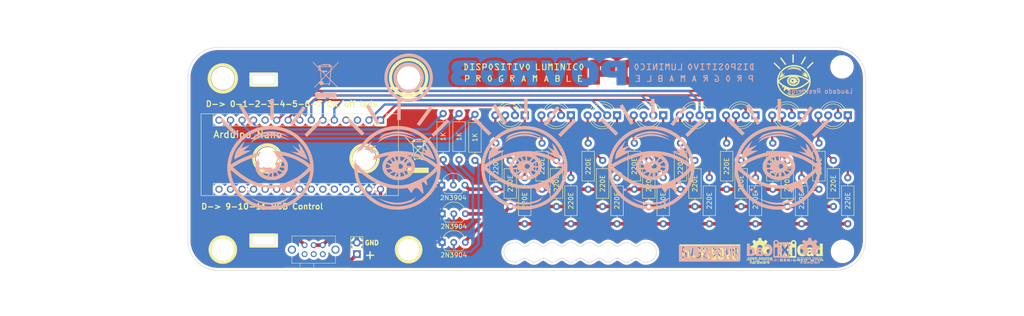
<source format=kicad_pcb>
(kicad_pcb (version 20211014) (generator pcbnew)
  (layers (0 "F.Cu" signal) (31 "B.Cu" signal) (34 "B.Paste" user) (35 "F.Paste" user) (36 "B.SilkS" user "B.Silkscreen") (37 "F.SilkS" user "F.Silkscreen") (38 "B.Mask" user) (39 "F.Mask" user) (44 "Edge.Cuts" user))
  (net 0 "")
  (net 1 "D1")
  (net 2 "D0")
  (net 5 "D2")
  (net 6 "D3")
  (net 7 "D4")
  (net 8 "D5")
  (net 9 "D6")
  (net 10 "D7")
  (net 12 "D9")
  (net 13 "D10")
  (net 14 "D11")
  (net 29 "GND")
  (net 30 "VCC")
  (net 31 "Net-(D1-Pad1)")
  (net 32 "Net-(D1-Pad3)")
  (net 33 "Net-(D1-Pad4)")
  (net 34 "Net-(D2-Pad1)")
  (net 35 "Net-(D2-Pad3)")
  (net 36 "Net-(D2-Pad4)")
  (net 37 "Net-(D3-Pad1)")
  (net 38 "Net-(D3-Pad3)")
  (net 39 "Net-(D3-Pad4)")
  (net 40 "Net-(D4-Pad1)")
  (net 41 "Net-(D4-Pad3)")
  (net 42 "Net-(D4-Pad4)")
  (net 43 "Net-(D5-Pad1)")
  (net 44 "Net-(D5-Pad3)")
  (net 45 "Net-(D5-Pad4)")
  (net 46 "Net-(D6-Pad1)")
  (net 47 "Net-(D6-Pad3)")
  (net 48 "Net-(D6-Pad4)")
  (net 49 "Net-(D7-Pad1)")
  (net 50 "Net-(D7-Pad3)")
  (net 51 "Net-(D7-Pad4)")
  (net 52 "Net-(D8-Pad1)")
  (net 53 "Net-(D8-Pad3)")
  (net 54 "Net-(D8-Pad4)")
  (net 55 "Net-(J1-Pad1)")
  (net 56 "Net-(Q1-Pad2)")
  (net 57 "R")
  (net 58 "Net-(Q2-Pad2)")
  (net 59 "G")
  (net 60 "Net-(Q3-Pad2)")
  (net 61 "B")
  (footprint "Library:R_Axial_DIN0207_L6.3mm_D2.5mm_P10.16mm_Horizontal" (layer "F.Cu") (at 203.76 108.22 90)
    (fp_text reference "R21")
    (fp_text value "220E")
  )
  (footprint "Library:R_Axial_DIN0207_L6.3mm_D2.5mm_P10.16mm_Horizontal" (layer "F.Cu") (at 138.5 83.92 -90)
    (fp_text reference "R13")
    (fp_text value "1K")
  )
  (footprint "Library:MountingHole_4mm" (layer "F.Cu") (at 86.5 113.92)
    (fp_text reference "REF**" hide)
    (fp_text value "MountingHole_4mm")
  )
  (footprint "Library:LED_D5.0mm-4_RGB_Wide_Pins" (layer "F.Cu") (at 173.28 84.3 180)
    (fp_text reference "D3")
    (fp_text value "LED_RGB")
  )
  (footprint "Library:R_Axial_DIN0207_L6.3mm_D2.5mm_P10.16mm_Horizontal" (layer "F.Cu") (at 217.73 100.6 90)
    (fp_text reference "R25")
    (fp_text value "220E")
  )
  (footprint "Library:R_Axial_DIN0207_L6.3mm_D2.5mm_P10.16mm_Horizontal" (layer "F.Cu") (at 207.57 100.6 90)
    (fp_text reference "R22")
    (fp_text value "220E")
  )
  (footprint "Library:LED_D5.0mm-4_RGB_Wide_Pins" (layer "F.Cu") (at 203.76 84.3 180)
    (fp_text reference "D6")
    (fp_text value "LED_RGB")
  )
  (footprint "Library:LED_D5.0mm-4_RGB_Wide_Pins" (layer "F.Cu") (at 213.92 84.3 180)
    (fp_text reference "D7")
    (fp_text value "LED_RGB")
  )
  (footprint "Library:R_Axial_DIN0207_L6.3mm_D2.5mm_P10.16mm_Horizontal" (layer "F.Cu") (at 163.12 108.22 90)
    (fp_text reference "R6")
    (fp_text value "220E")
  )
  (footprint "Library:R_Axial_DIN0207_L6.3mm_D2.5mm_P10.16mm_Horizontal" (layer "F.Cu") (at 146.61 90.44 -90)
    (fp_text reference "R1")
    (fp_text value "220E")
  )
  (footprint "Library:R_Axial_DIN0207_L6.3mm_D2.5mm_P10.16mm_Horizontal" (layer "F.Cu") (at 210.745 104.41 90)
    (fp_text reference "R23")
    (fp_text value "220E")
  )
  (footprint "Library:R_Axial_DIN0207_L6.3mm_D2.5mm_P10.16mm_Horizontal" (layer "F.Cu") (at 200.585 104.41 90)
    (fp_text reference "R20")
    (fp_text value "220E")
  )
  (footprint "Library:TO-92_Inline_Wide" (layer "F.Cu") (at 134.7 99.69)
    (fp_text reference "Q1")
    (fp_text value "2N3904")
  )
  (footprint "Library:R_Axial_DIN0207_L6.3mm_D2.5mm_P10.16mm_Horizontal" (layer "F.Cu") (at 180.265 104.41 90)
    (fp_text reference "R12")
    (fp_text value "220E")
  )
  (footprint "Library:F.Cu_pov" (layer "F.Cu") (at 153.023541 94.443071)
    (fp_text reference "G***" hide)
    (fp_text value "LOGO" hide)
  )
  (footprint "Library:R_Axial_DIN0207_L6.3mm_D2.5mm_P10.16mm_Horizontal" (layer "F.Cu") (at 193.6 108.22 90)
    (fp_text reference "R17")
    (fp_text value "220E")
  )
  (footprint "Library:MountingHole_4mm" (layer "F.Cu") (at 117.65 93.87)
    (fp_text reference "REF**" hide)
    (fp_text value "MountingHole_4mm")
  )
  (footprint "Library:TO-92_Inline_Wide" (layer "F.Cu") (at 134.8 106.02)
    (fp_text reference "Q2")
    (fp_text value "2N3904")
  )
  (footprint "Library:R_Axial_DIN0207_L6.3mm_D2.5mm_P10.16mm_Horizontal" (layer "F.Cu") (at 213.92 108.22 90)
    (fp_text reference "R24")
    (fp_text value "220E")
  )
  (footprint "Library:EG2211A" (layer "F.Cu") (at 104.5 112.92)
    (fp_text reference "S1")
    (fp_text value "EG2211A" hide)
  )
  (footprint "Library:R_Axial_DIN0207_L6.3mm_D2.5mm_P10.16mm_Horizontal" (layer "F.Cu") (at 197.41 100.6 90)
    (fp_text reference "R19")
    (fp_text value "220E")
  )
  (footprint "Library:R_Axial_DIN0207_L6.3mm_D2.5mm_P10.16mm_Horizontal" (layer "F.Cu") (at 190.425 104.41 90)
    (fp_text reference "R16")
    (fp_text value "220E")
  )
  (footprint "Library:F.SilkS_logoSVG" (layer "F.Cu") (at 158.04525 94.399334)
    (fp_text reference "G***" hide)
    (fp_text value "LOGO" hide)
  )
  (footprint "Library:MountingHole_4mm" (layer "F.Cu") (at 96.35 93.87)
    (fp_text reference "REF**" hide)
    (fp_text value "MountingHole_4mm")
  )
  (footprint "Library:R_Axial_DIN0207_L6.3mm_D2.5mm_P10.16mm_Horizontal" (layer "F.Cu") (at 173.28 108.22 90)
    (fp_text reference "R10")
    (fp_text value "220E")
  )
  (footprint "Library:Arduino_Nano" (layer "F.Cu") (at 121.21 85.36 -90)
    (fp_text reference "A1")
    (fp_text value "Arduino_Nano")
  )
  (footprint "Library:WEEE-Logo_5.6x8mm_SilkScreen" (layer "F.Cu") (at 129.5 93)
    (fp_text reference "REF**" hide)
    (fp_text value "WEEE-Logo_5.6x8mm_SilkScreen" hide)
  )
  (footprint "Library:R_Axial_DIN0207_L6.3mm_D2.5mm_P10.16mm_Horizontal" (layer "F.Cu") (at 156.77 100.6 90)
    (fp_text reference "R4")
    (fp_text value "220E")
  )
  (footprint "Library:R_Axial_DIN0207_L6.3mm_D2.5mm_P10.16mm_Horizontal" (layer "F.Cu") (at 142 84.09 -90)
    (fp_text reference "R18")
    (fp_text value "1K")
  )
  (footprint "Library:LED_D5.0mm-4_RGB_Wide_Pins" (layer "F.Cu") (at 163.12 84.3 180)
    (fp_text reference "D2")
    (fp_text value "LED_RGB")
  )
  (footprint "Library:R_Axial_DIN0207_L6.3mm_D2.5mm_P10.16mm_Horizontal" (layer "F.Cu") (at 152.96 108.22 90)
    (fp_text reference "R3")
    (fp_text value "220E")
  )
  (footprint "Library:F.SilkS_DISPOSITIVOlUMINICO2" (layer "F.Cu") (at 152.5 75.5)
    (fp_text reference "G***" hide)
    (fp_text value "LOGO" hide)
  )
  (footprint "Library:F.Mask_pov" (layer "F.Cu") (at 153.023541 94.443071)
    (fp_text reference "G***" hide)
    (fp_text value "LOGO" hide)
  )
  (footprint "Library:MountingHole_4mm" (layer "F.Cu") (at 127.4 113.92)
    (fp_text reference "REF**" hide)
    (fp_text value "MountingHole_4mm")
  )
  (footprint "Library:LED_D5.0mm-4_RGB_Wide_Pins" (layer "F.Cu") (at 193.6 84.3 180)
    (fp_text reference "D5")
    (fp_text value "LED_RGB")
  )
  (footprint "Library:MountingHole_4mm" (layer "F.Cu") (at 222.9 114.316)
    (fp_text reference "REF**")
    (fp_text value "MountingHole_4mm")
  )
  (footprint "Library:LED_D5.0mm-4_RGB_Wide_Pins" (layer "F.Cu") (at 152.96 84.3 180)
    (fp_text reference "D1")
    (fp_text value "LED_RGB")
  )
  (footprint "Library:LED_D5.0mm-4_RGB_Wide_Pins" (layer "F.Cu") (at 224.08 84.3 180)
    (fp_text reference "D8")
    (fp_text value "LED_RGB")
  )
  (footprint "Library:R_Axial_DIN0207_L6.3mm_D2.5mm_P10.16mm_Horizontal" (layer "F.Cu") (at 220.905 104.41 90)
    (fp_text reference "R26")
    (fp_text value "220E")
  )
  (footprint "Library:R_Axial_DIN0207_L6.3mm_D2.5mm_P10.16mm_Horizontal" (layer "F.Cu") (at 135 83.92 -90)
    (fp_text reference "R8")
    (fp_text value "1K")
  )
  (footprint "Library:R_Axial_DIN0207_L6.3mm_D2.5mm_P10.16mm_Horizontal" (layer "F.Cu") (at 177.09 100.6 90)
    (fp_text reference "R11")
    (fp_text value "220E")
  )
  (footprint "Library:R_Axial_DIN0207_L6.3mm_D2.5mm_P10.16mm_Horizontal" (layer "F.Cu") (at 159.945 104.41 90)
    (fp_text reference "R5")
    (fp_text value "220E")
  )
  (footprint "Library:MountingHole_4mm" (layer "F.Cu") (at 127.4 76.02)
    (fp_text reference "REF**" hide)
    (fp_text value "MountingHole_4mm")
  )
  (footprint "Library:R_Axial_DIN0207_L6.3mm_D2.5mm_P10.16mm_Horizontal" (layer "F.Cu") (at 183.44 108.22 90)
    (fp_text reference "R14")
    (fp_text value "220E")
  )
  (footprint "Library:R_Axial_DIN0207_L6.3mm_D2.5mm_P10.16mm_Horizontal" (layer "F.Cu") (at 149.785 94.25 -90)
    (fp_text reference "R2")
    (fp_text value "220E")
  )
  (footprint "Library:PinHeader_1x02_P2.54mm_Vertical" (layer "F.Cu") (at 116 114.92 180)
    (fp_text reference "J1" hide)
    (fp_text value "Bateria9V")
  )
  (footprint "Library:R_Axial_DIN0207_L6.3mm_D2.5mm_P10.16mm_Horizontal" (layer "F.Cu") (at 166.93 100.6 90)
    (fp_text reference "R7")
    (fp_text value "220E")
  )
  (footprint "Library:TO-92_Inline_Wide" (layer "F.Cu") (at 134.8 112.32)
    (fp_text reference "Q3")
    (fp_text value "2N3904")
  )
  (footprint "Library:ojitos_chico" (layer "F.Cu") (at 212.396 76.724)
    (fp_text reference "Ref**" hide)
    (fp_text value "Val**" hide)
  )
  (footprint "Library:R_Axial_DIN0207_L6.3mm_D2.5mm_P10.16mm_Horizontal" (layer "F.Cu") (at 187.25 100.6 90)
    (fp_text reference "R15")
    (fp_text value "220E")
  )
  (footprint "Library:R_Axial_DIN0207_L6.3mm_D2.5mm_P10.16mm_Horizontal" (layer "F.Cu") (at 170.105 104.41 90)
    (fp_text reference "R9")
    (fp_text value "220E")
  )
  (footprint "Library:MountingHole_4mm" (layer "F.Cu") (at 222.8 73.62)
    (fp_text reference "REF**")
    (fp_text value "MountingHole_4mm")
  )
  (footprint "Library:F.SilkS_pov_Logos" (layer "F.Cu") (at 157.807385 94.203459)
    (fp_text reference "G***" hide)
    (fp_text value "LOGO" hide)
  )
  (footprint "Library:MountingHole_4mm" (layer "F.Cu") (at 86.5 76.165028)
    (fp_text reference "REF**" hide)
    (fp_text value "MountingHole_4mm")
  )
  (footprint "Library:R_Axial_DIN0207_L6.3mm_D2.5mm_P10.16mm_Horizontal" (layer "F.Cu") (at 224.08 108.22 90)
    (fp_text reference "R27")
    (fp_text value "220E")
  )
  (footprint "Library:LED_D5.0mm-4_RGB_Wide_Pins" (layer "F.Cu") (at 183.44 84.3 180)
    (fp_text reference "D4")
    (fp_text value "LED_RGB")
  )
  (footprint "Library:F.SilkS_pov_Logos" (layer "B.Cu") (at 262.627615 94.183459 180)
    (fp_text reference "G***" hide)
    (fp_text value "LOGO" hide)
  )
  (footprint "Library:ojitosSilk" (layer "B.Cu") (at 149.35318 107.568333 180)
    (fp_text reference "Ref**" hide)
    (fp_text value "Val**" hide)
  )
  (footprint "Library:F.SilkS_logoSVG" (layer "B.Cu") (at 229.25975 94.679334 180)
    (fp_text reference "G***" hide)
    (fp_text value "LOGO" hide)
  )
  (footprint "Library:ojitosSilk" (layer "B.Cu") (at 93.57318 107.568333 180)
    (fp_text reference "Ref**" hide)
    (fp_text value "Val**" hide)
  )
  (footprint "Library:WEEE-Logo_5.6x8mm_SilkScreen" (layer "B.Cu") (at 109.145 76.47 180)
    (fp_text reference "REF**" hide)
    (fp_text value "WEEE-Logo_5.6x8mm_SilkScreen" hide)
  )
  (footprint "Library:F.SilkS_DISPOSITIVOlUMINICO2" (layer "B.Cu") (at 190.5 75.5 180)
    (fp_text reference "G***" hide)
    (fp_text value "LOGO" hide)
  )
  (footprint "Library:ojitosSilk" (layer "B.Cu") (at 121.51318 107.568333 180)
    (fp_text reference "Ref**" hide)
    (fp_text value "Val**" hide)
  )
  (footprint "Library:ojitosSilk" (layer "B.Cu") (at 37.69318 107.568333 180)
    (fp_text reference "Ref**" hide)
    (fp_text value "Val**" hide)
  )
  (footprint "Library:F.Cu_pov" (layer "B.Cu") (at 189.652459 94.615071 180)
    (fp_text reference "G***" hide)
    (fp_text value "LOGO" hide)
  )
  (footprint "Library:F.Mask_pov" (layer "B.Cu") (at 189.652459 94.615071 180)
    (fp_text reference "G***" hide)
    (fp_text value "LOGO" hide)
  )
  (footprint "Library:ojitosSilk" (layer "B.Cu") (at 65.63318 107.568333 180)
    (fp_text reference "Ref**" hide)
    (fp_text value "Val**" hide)
  )
  (gr_circle (center 127.4 76.02) (end 130.4 76.02) (layer "B.SilkS") (width 0.7) (fill none))
  (gr_circle (center 127.4 76.02) (end 132.4 76.02) (layer "B.SilkS") (width 0.7) (fill none))
  (gr_rect (start 92.5 75.02) (end 98.5 77.82) (layer "F.SilkS") (width 0.3) (fill none))
  (gr_circle (center 127.4 76.02) (end 131.4 76.02) (layer "F.SilkS") (width 0.7) (fill none))
  (gr_circle (center 86.5 76.165028) (end 89.5 76.165028) (layer "F.SilkS") (width 0.7) (fill none))
  (gr_circle (center 86.5 113.92) (end 89.3 113.92) (layer "F.SilkS") (width 0.7) (fill none))
  (gr_circle (center 96.3 93.82) (end 99.3 93.82) (layer "F.SilkS") (width 0.7) (fill none))
  (gr_circle (center 127.4 113.92) (end 130.1 113.92) (layer "F.SilkS") (width 0.7) (fill none))
  (gr_circle (center 117.7 93.82) (end 120.7 93.82) (layer "F.SilkS") (width 0.7) (fill none))
  (gr_rect (start 92.5 110.52) (end 98.5 113.32) (layer "F.SilkS") (width 0.3) (fill none))
  (gr_circle (center 150.928 82.72) (end 151.210843 82.72) (layer "F.SilkS") (width 0.15) (fill solid))
  (gr_circle (center 127.4 76.02) (end 130.4 76.02) (layer "F.SilkS") (width 0.7) (fill none))
  (gr_line (start 174.109109 116.073623) (end 174.345795 116.238692) (layer "Edge.Cuts") (width 0.1))
  (gr_line (start 156.030167 112.739196) (end 156.030167 112.739196) (layer "Edge.Cuts") (width 0.1))
  (gr_line (start 174.109734 112.904113) (end 173.868928 113.048263) (layer "Edge.Cuts") (width 0.1))
  (gr_line (start 152.6801 115.827788) (end 152.811944 115.799193) (layer "Edge.Cuts") (width 0.1))
  (gr_line (start 181.076836 112.791503) (end 180.882157 112.66487) (layer "Edge.Cuts") (width 0.1))
  (gr_line (start 79.93286 72.284296) (end 80.119428 72.021937) (layer "Edge.Cuts") (width 0.1))
  (gr_line (start 148.811547 115.718673) (end 148.811547 115.718673) (layer "Edge.Cuts") (width 0.1))
  (gr_line (start 152.427354 113.048553) (end 152.427354 113.048553) (layer "Edge.Cuts") (width 0.1))
  (gr_line (start 161.377519 113.150252) (end 161.245416 113.178847) (layer "Edge.Cuts") (width 0.1))
  (gr_line (start 178.914544 116.547896) (end 178.914544 116.547896) (layer "Edge.Cuts") (width 0.1))
  (gr_line (start 160.3481 116.073623) (end 160.588784 115.92961) (layer "Edge.Cuts") (width 0.1))
  (gr_line (start 158.780236 112.327682) (end 158.780236 112.327682) (layer "Edge.Cuts") (width 0.1))
  (gr_line (start 162.594827 116.547896) (end 162.860185 116.649718) (layer "Edge.Cuts") (width 0.1))
  (gr_line (start 181.945557 114.045394) (end 181.883256 113.834579) (layer "Edge.Cuts") (width 0.1))
  (gr_line (start 227.571734 73.72486) (end 227.67694 74.035786) (layer "Edge.Cuts") (width 0.1))
  (gr_line (start 148.684846 115.537353) (end 148.811547 115.718673) (layer "Edge.Cuts") (width 0.1))
  (gr_line (start 157.028115 113.189056) (end 156.890878 113.178954) (layer "Edge.Cuts") (width 0.1))
  (gr_line (start 85.481761 118.52175) (end 85.137405 118.513042) (layer "Edge.Cuts") (width 0.1))
  (gr_line (start 169.53727 115.827788) (end 169.53727 115.827788) (layer "Edge.Cuts") (width 0.1))
  (gr_line (start 227.977788 76.025705) (end 227.977788 111.83) (layer "Edge.Cuts") (width 0.1))
  (gr_line (start 156.508828 115.92961) (end 156.508828 115.92961) (layer "Edge.Cuts") (width 0.1))
  (gr_line (start 81.477982 70.663383) (end 81.740341 70.476815) (layer "Edge.Cuts") (width 0.1))
  (gr_line (start 227.317908 73.124558) (end 227.451916 73.420977) (layer "Edge.Cuts") (width 0.1))
  (gr_line (start 222.958414 118.311075) (end 222.634663 118.385797) (layer "Edge.Cuts") (width 0.1))
  (gr_line (start 170.505532 116.403884) (end 170.505532 116.403884) (layer "Edge.Cuts") (width 0.1))
  (gr_line (start 167.782449 116.547896) (end 168.031617 116.403884) (layer "Edge.Cuts") (width 0.1))
  (gr_line (start 157.028748 115.789092) (end 157.165604 115.799193) (layer "Edge.Cuts") (width 0.1))
  (gr_line (start 156.26674 112.904403) (end 156.26674 112.904403) (layer "Edge.Cuts") (width 0.1))
  (gr_line (start 176.429833 112.73912) (end 176.19056 112.573928) (layer "Edge.Cuts") (width 0.1))
  (gr_line (start 162.594827 116.547896) (end 162.594827 116.547896) (layer "Edge.Cuts") (width 0.1))
  (gr_line (start 181.945557 114.931945) (end 181.945557 114.931945) (layer "Edge.Cuts") (width 0.1))
  (gr_line (start 153.709405 116.073623) (end 153.946107 116.238692) (layer "Edge.Cuts") (width 0.1))
  (gr_line (start 159.870835 112.573989) (end 159.622186 112.429839) (layer "Edge.Cuts") (width 0.1))
  (gr_line (start 164.190034 112.739165) (end 163.950761 112.573974) (layer "Edge.Cuts") (width 0.1))
  (gr_line (start 158.780236 116.649718) (end 158.780236 116.649718) (layer "Edge.Cuts") (width 0.1))
  (gr_line (start 175.942307 116.547896) (end 175.942307 116.547896) (layer "Edge.Cuts") (width 0.1))
  (gr_line (start 158.26571 116.403884) (end 158.26571 116.403884) (layer "Edge.Cuts") (width 0.1))
  (gr_line (start 169.788987 113.048278) (end 169.788987 113.048278) (layer "Edge.Cuts") (width 0.1))
  (gr_line (start 155.277261 116.649718) (end 155.542619 116.547896) (layer "Edge.Cuts") (width 0.1))
  (gr_line (start 167.782052 112.429809) (end 167.782052 112.429809) (layer "Edge.Cuts") (width 0.1))
  (gr_line (start 85.137403 69.342678) (end 85.481759 69.333971) (layer "Edge.Cuts") (width 0.1))
  (gr_line (start 173.868417 115.92961) (end 174.109109 116.073623) (layer "Edge.Cuts") (width 0.1))
  (gr_line (start 149.703217 116.422911) (end 149.924371 116.515517) (layer "Edge.Cuts") (width 0.1))
  (gr_line (start 227.977788 111.83) (end 227.96908 112.174356) (layer "Edge.Cuts") (width 0.1))
  (gr_line (start 177.94835 115.92961) (end 177.94835 115.92961) (layer "Edge.Cuts") (width 0.1))
  (gr_line (start 181.565148 115.718474) (end 181.69185 115.537017) (layer "Edge.Cuts") (width 0.1))
  (gr_line (start 155.277146 112.327789) (end 155.136308 112.299194) (layer "Edge.Cuts") (width 0.1))
  (gr_line (start 175.240937 112.299117) (end 175.240937 112.299117) (layer "Edge.Cuts") (width 0.1))
  (gr_line (start 172.351189 116.238692) (end 172.351189 116.238692) (layer "Edge.Cuts") (width 0.1))
  (gr_line (start 153.46872 115.92961) (end 153.46872 115.92961) (layer "Edge.Cuts") (width 0.1))
  (gr_line (start 154.841264 112.299194) (end 154.841264 112.299194) (layer "Edge.Cuts") (width 0.1))
  (gr_line (start 162.594941 112.42961) (end 162.34604 112.57376) (layer "Edge.Cuts") (width 0.1))
  (gr_line (start 180.220246 116.589324) (end 180.452576 116.515319) (layer "Edge.Cuts") (width 0.1))
  (gr_line (start 154.700295 112.327697) (end 154.435067 112.429641) (layer "Edge.Cuts") (width 0.1))
  (gr_line (start 83.80939 118.311076) (end 83.491841 118.220902) (layer "Edge.Cuts") (width 0.1))
  (gr_line (start 160.110108 112.739181) (end 160.110108 112.739181) (layer "Edge.Cuts") (width 0.1))
  (gr_line (start 175.099976 116.649718) (end 175.099976 116.649718) (layer "Edge.Cuts") (width 0.1))
  (gr_line (start 176.43113 116.238692) (end 176.667832 116.073623) (layer "Edge.Cuts") (width 0.1))
  (gr_line (start 166.940102 112.327651) (end 166.940102 112.327651) (layer "Edge.Cuts") (width 0.1))
  (gr_line (start 165.457452 113.150237) (end 165.325349 113.178832) (layer "Edge.Cuts") (width 0.1))
  (gr_line (start 175.941911 112.429778) (end 175.941911 112.429778) (layer "Edge.Cuts") (width 0.1))
  (gr_line (start 163.296182 112.299163) (end 163.14866 112.289062) (layer "Edge.Cuts") (width 0.1))
  (gr_line (start 78.790017 111.830008) (end 78.790017 111.830008) (layer "Edge.Cuts") (width 0.1))
  (gr_line (start 160.587235 113.048522) (end 160.34668 112.904388) (layer "Edge.Cuts") (width 0.1))
  (gr_line (start 158.514878 116.547896) (end 158.780236 116.649718) (layer "Edge.Cuts") (width 0.1))
  (gr_line (start 148.811547 115.718673) (end 148.957139 115.88803) (layer "Edge.Cuts") (width 0.1))
  (gr_line (start 157.297585 113.150268) (end 157.297585 113.150268) (layer "Edge.Cuts") (width 0.1))
  (gr_line (start 227.767114 113.502371) (end 227.67694 113.81992) (layer "Edge.Cuts") (width 0.1))
  (gr_line (start 170.266496 112.738921) (end 170.029794 112.904128) (layer "Edge.Cuts") (width 0.1))
  (gr_line (start 157.790002 112.904174) (end 157.549188 113.048324) (layer "Edge.Cuts") (width 0.1))
  (gr_line (start 181.565148 113.258987) (end 181.565148 113.258987) (layer "Edge.Cuts") (width 0.1))
  (gr_line (start 227.67694 113.81992) (end 227.571734 114.130846) (layer "Edge.Cuts") (width 0.1))
  (gr_line (start 174.109109 116.073623) (end 174.109109 116.073623) (layer "Edge.Cuts") (width 0.1))
  (gr_line (start 181.076836 112.791503) (end 181.076836 112.791503) (layer "Edge.Cuts") (width 0.1))
  (gr_line (start 168.506547 112.904342) (end 168.269975 112.73915) (layer "Edge.Cuts") (width 0.1))
  (gr_line (start 176.191468 116.403884) (end 176.191468 116.403884) (layer "Edge.Cuts") (width 0.1))
  (gr_line (start 154.186158 112.573791) (end 153.946763 112.738998) (layer "Edge.Cuts") (width 0.1))
  (gr_line (start 151.951493 116.238692) (end 152.188195 116.073623) (layer "Edge.Cuts") (width 0.1))
  (gr_line (start 79.19607 114.130853) (end 79.090864 113.819927) (layer "Edge.Cuts") (width 0.1))
  (gr_line (start 150.399056 116.643721) (end 150.399056 116.643721) (layer "Edge.Cuts") (width 0.1))
  (gr_line (start 227.943239 112.514192) (end 227.900684 112.849087) (layer "Edge.Cuts") (width 0.1))
  (gr_line (start 224.755954 117.552962) (end 224.475724 117.714091) (layer "Edge.Cuts") (width 0.1))
  (gr_line (start 162.106637 112.738952) (end 162.106637 112.738952) (layer "Edge.Cuts") (width 0.1))
  (gr_line (start 177.697129 115.827788) (end 177.697129 115.827788) (layer "Edge.Cuts") (width 0.1))
  (gr_line (start 154.700295 112.327697) (end 154.700295 112.327697) (layer "Edge.Cuts") (width 0.1))
  (gr_line (start 157.790002 112.904174) (end 157.790002 112.904174) (layer "Edge.Cuts") (width 0.1))
  (gr_line (start 161.108697 115.789092) (end 161.24556 115.799193) (layer "Edge.Cuts") (width 0.1))
  (gr_line (start 165.949868 112.904143) (end 165.949868 112.904143) (layer "Edge.Cuts") (width 0.1))
  (gr_line (start 162.106637 112.738952) (end 161.869935 112.904159) (layer "Edge.Cuts") (width 0.1))
  (gr_line (start 227.571734 114.130846) (end 227.451916 114.434729) (layer "Edge.Cuts") (width 0.1))
  (gr_line (start 163.950761 112.573974) (end 163.702111 112.429824) (layer "Edge.Cuts") (width 0.1))
  (gr_line (start 179.179894 112.327605) (end 179.179894 112.327605) (layer "Edge.Cuts") (width 0.1))
  (gr_line (start 226.239392 71.526329) (end 226.449717 71.769136) (layer "Edge.Cuts") (width 0.1))
  (gr_line (start 150.399056 116.643721) (end 150.650277 116.677123) (layer "Edge.Cuts") (width 0.1))
  (gr_line (start 78.867121 112.849094) (end 78.824566 112.514199) (layer "Edge.Cuts") (width 0.1))
  (gr_line (start 166.940118 116.649718) (end 166.940118 116.649718) (layer "Edge.Cuts") (width 0.1))
  (gr_line (start 181.69185 113.440307) (end 181.69185 113.440307) (layer "Edge.Cuts") (width 0.1))
  (gr_line (start 152.678834 113.150375) (end 152.427354 113.048553) (layer "Edge.Cuts") (width 0.1))
  (gr_line (start 179.978028 116.643523) (end 179.978028 116.643523) (layer "Edge.Cuts") (width 0.1))
  (gr_line (start 148.490685 113.841582) (end 148.429643 114.050368) (layer "Edge.Cuts") (width 0.1))
  (gr_line (start 152.6801 115.827788) (end 152.6801 115.827788) (layer "Edge.Cuts") (width 0.1))
  (gr_line (start 176.191468 116.403884) (end 176.43113 116.238692) (layer "Edge.Cuts") (width 0.1))
  (gr_line (start 169.131585 115.799193) (end 169.131585 115.799193) (layer "Edge.Cuts") (width 0.1))
  (gr_line (start 177.948853 113.048247) (end 177.948853 113.048247) (layer "Edge.Cuts") (width 0.1))
  (gr_line (start 170.029168 116.073623) (end 170.26587 116.238692) (layer "Edge.Cuts") (width 0.1))
  (gr_line (start 151.056367 112.299194) (end 150.887582 112.289199) (layer "Edge.Cuts") (width 0.1))
  (gr_line (start 227.317908 114.731148) (end 227.170129 115.019683) (layer "Edge.Cuts") (width 0.1))
  (gr_line (start 157.165482 113.178863) (end 157.028115 113.189056) (layer "Edge.Cuts") (width 0.1))
  (gr_line (start 163.296182 112.299163) (end 163.296182 112.299163) (layer "Edge.Cuts") (width 0.1))
  (gr_line (start 175.099976 116.649718) (end 175.240945 116.678221) (layer "Edge.Cuts") (width 0.1))
  (gr_line (start 166.425973 112.573745) (end 166.18657 112.738937) (layer "Edge.Cuts") (width 0.1))
  (gr_line (start 180.452576 112.462005) (end 180.452576 112.462005) (layer "Edge.Cuts") (width 0.1))
  (gr_line (start 160.588784 115.92961) (end 160.840005 115.827788) (layer "Edge.Cuts") (width 0.1))
  (gr_line (start 174.83474 112.429565) (end 174.585839 112.573714) (layer "Edge.Cuts") (width 0.1))
  (gr_line (start 82.580611 69.993849) (end 82.87703 69.859841) (layer "Edge.Cuts") (width 0.1))
  (gr_line (start 168.998574 113.150314) (end 168.747094 113.048492) (layer "Edge.Cuts") (width 0.1))
  (gr_line (start 151.711839 116.403884) (end 151.711839 116.403884) (layer "Edge.Cuts") (width 0.1))
  (gr_line (start 152.948174 113.189071) (end 152.948174 113.189071) (layer "Edge.Cuts") (width 0.1))
  (gr_line (start 177.697244 113.150191) (end 177.697244 113.150191) (layer "Edge.Cuts") (width 0.1))
  (gr_line (start 153.709405 116.073623) (end 153.709405 116.073623) (layer "Edge.Cuts") (width 0.1))
  (gr_line (start 167.376115 112.299148) (end 167.228593 112.289046) (layer "Edge.Cuts") (width 0.1))
  (gr_line (start 154.186158 112.573791) (end 154.186158 112.573791) (layer "Edge.Cuts") (width 0.1))
  (gr_line (start 167.081071 112.299148) (end 166.940102 112.327651) (layer "Edge.Cuts") (width 0.1))
  (gr_line (start 166.18657 112.738937) (end 166.18657 112.738937) (layer "Edge.Cuts") (width 0.1))
  (gr_line (start 178.665765 112.573699) (end 178.426362 112.738891) (layer "Edge.Cuts") (width 0.1))
  (gr_line (start 165.050752 113.178924) (end 165.050752 113.178924) (layer "Edge.Cuts") (width 0.1))
  (gr_line (start 154.185761 116.403884) (end 154.185761 116.403884) (layer "Edge.Cuts") (width 0.1))
  (gr_line (start 225.289819 117.192335) (end 225.027459 117.378903) (layer "Edge.Cuts") (width 0.1))
  (gr_line (start 160.971848 115.799193) (end 160.971848 115.799193) (layer "Edge.Cuts") (width 0.1))
  (gr_line (start 171.45604 112.299133) (end 171.45604 112.299133) (layer "Edge.Cuts") (width 0.1))
  (gr_line (start 159.068726 116.688323) (end 159.216248 116.678221) (layer "Edge.Cuts") (width 0.1))
  (gr_line (start 157.548669 115.92961) (end 157.789353 116.073623) (layer "Edge.Cuts") (width 0.1))
  (gr_line (start 173.078507 113.150298) (end 172.827035 113.048476) (layer "Edge.Cuts") (width 0.1))
  (gr_line (start 166.185952 116.238692) (end 166.425599 116.403884) (layer "Edge.Cuts") (width 0.1))
  (gr_line (start 84.797567 69.36852) (end 85.137403 69.342678) (layer "Edge.Cuts") (width 0.1))
  (gr_line (start 159.068726 116.688323) (end 159.068726 116.688323) (layer "Edge.Cuts") (width 0.1))
  (gr_line (start 152.810937 113.17897) (end 152.678834 113.150375) (layer "Edge.Cuts") (width 0.1))
  (gr_line (start 173.348489 115.789092) (end 173.485352 115.799193) (layer "Edge.Cuts") (width 0.1))
  (gr_line (start 157.165604 115.799193) (end 157.165604 115.799193) (layer "Edge.Cuts") (width 0.1))
  (gr_line (start 222.30513 118.444645) (end 221.970236 118.487201) (layer "Edge.Cuts") (width 0.1))
  (gr_line (start 180.220246 116.589324) (end 180.220246 116.589324) (layer "Edge.Cuts") (width 0.1))
  (gr_line (start 167.782052 112.429809) (end 167.516953 112.327743) (layer "Edge.Cuts") (width 0.1))
  (gr_line (start 173.617196 115.827788) (end 173.868417 115.92961) (layer "Edge.Cuts") (width 0.1))
  (gr_line (start 180.452576 112.462005) (end 180.220376 112.388) (layer "Edge.Cuts") (width 0.1))
  (gr_line (start 165.187989 113.189025) (end 165.050752 113.178924) (layer "Edge.Cuts") (width 0.1))
  (gr_line (start 168.998574 113.150314) (end 168.998574 113.150314) (layer "Edge.Cuts") (width 0.1))
  (gr_line (start 226.017819 116.56178) (end 225.785419 116.783353) (layer "Edge.Cuts") (width 0.1))
  (gr_line (start 180.452576 116.515319) (end 180.6736 116.422713) (layer "Edge.Cuts") (width 0.1))
  (gr_line (start 148.430924 114.932143) (end 148.430924 114.932143) (layer "Edge.Cuts") (width 0.1))
  (gr_line (start 158.026704 112.738982) (end 157.790002 112.904174) (layer "Edge.Cuts") (width 0.1))
  (gr_line (start 80.749984 116.561784) (end 80.528411 116.329384) (layer "Edge.Cuts") (width 0.1))
  (gr_line (start 83.491841 118.220902) (end 83.180915 118.115696) (layer "Edge.Cuts") (width 0.1))
  (gr_line (start 227.943239 75.341513) (end 227.96908 75.681349) (layer "Edge.Cuts") (width 0.1))
  (gr_line (start 222.958414 69.544637) (end 223.275962 69.634811) (layer "Edge.Cuts") (width 0.1))
  (gr_line (start 227.451916 114.434729) (end 227.317908 114.731148) (layer "Edge.Cuts") (width 0.1))
  (gr_line (start 227.900684 75.006619) (end 227.943239 75.341513) (layer "Edge.Cuts") (width 0.1))
  (gr_line (start 156.891892 115.799193) (end 156.891892 115.799193) (layer "Edge.Cuts") (width 0.1))
  (gr_line (start 163.001138 112.299163) (end 163.001138 112.299163) (layer "Edge.Cuts") (width 0.1))
  (gr_line (start 154.98877 116.688323) (end 155.136292 116.678221) (layer "Edge.Cuts") (width 0.1))
  (gr_line (start 162.34604 112.57376) (end 162.106637 112.738952) (layer "Edge.Cuts") (width 0.1))
  (gr_line (start 160.110108 112.739181) (end 159.870835 112.573989) (layer "Edge.Cuts") (width 0.1))
  (gr_line (start 181.256356 116.043944) (end 181.256356 116.043944) (layer "Edge.Cuts") (width 0.1))
  (gr_line (start 227.977788 111.83) (end 227.977788 111.83) (layer "Edge.Cuts") (width 0.1))
  (gr_line (start 83.809388 69.544645) (end 84.133139 69.469923) (layer "Edge.Cuts") (width 0.1))
  (gr_line (start 160.587235 113.048522) (end 160.587235 113.048522) (layer "Edge.Cuts") (width 0.1))
  (gr_line (start 148.392251 114.266463) (end 148.392251 114.266463) (layer "Edge.Cuts") (width 0.1))
  (gr_line (start 168.747094 113.048492) (end 168.506547 112.904342) (layer "Edge.Cuts") (width 0.1))
  (gr_line (start 149.677903 112.566421) (end 149.472939 112.677306) (layer "Edge.Cuts") (width 0.1))
  (gr_line (start 170.26587 116.238692) (end 170.505532 116.403884) (layer "Edge.Cuts") (width 0.1))
  (gr_line (start 173.485352 115.799193) (end 173.485352 115.799193) (layer "Edge.Cuts") (width 0.1))
  (gr_line (start 154.841248 116.678221) (end 154.98877 116.688323) (layer "Edge.Cuts") (width 0.1))
  (gr_line (start 157.297448 115.827788) (end 157.297448 115.827788) (layer "Edge.Cuts") (width 0.1))
  (gr_line (start 176.908509 115.92961) (end 177.15973 115.827788) (layer "Edge.Cuts") (width 0.1))
  (gr_line (start 173.617318 113.150207) (end 173.485215 113.178802) (layer "Edge.Cuts") (width 0.1))
  (gr_line (start 153.946107 116.238692) (end 153.946107 116.238692) (layer "Edge.Cuts") (width 0.1))
  (gr_line (start 154.435067 112.429641) (end 154.435067 112.429641) (layer "Edge.Cuts") (width 0.1))
  (gr_line (start 157.297585 113.150268) (end 157.165482 113.178863) (layer "Edge.Cuts") (width 0.1))
  (gr_line (start 167.516953 112.327743) (end 167.516953 112.327743) (layer "Edge.Cuts") (width 0.1))
  (gr_line (start 163.001138 112.299163) (end 162.860169 112.327666) (layer "Edge.Cuts") (width 0.1))
  (gr_line (start 174.834626 116.547896) (end 175.099976 116.649718) (layer "Edge.Cuts") (width 0.1))
  (gr_line (start 150.908822 116.688323) (end 151.056344 116.678221) (layer "Edge.Cuts") (width 0.1))
  (gr_line (start 177.697244 113.150191) (end 177.565156 113.178786) (layer "Edge.Cuts") (width 0.1))
  (gr_line (start 173.079804 115.827788) (end 173.211511 115.799193) (layer "Edge.Cuts") (width 0.1))
  (gr_line (start 181.945557 114.931945) (end 181.983956 114.713592) (layer "Edge.Cuts") (width 0.1))
  (gr_line (start 154.434922 116.547896) (end 154.70028 116.649718) (layer "Edge.Cuts") (width 0.1))
  (gr_line (start 161.869302 116.073623) (end 161.869302 116.073623) (layer "Edge.Cuts") (width 0.1))
  (gr_line (start 175.240937 112.299117) (end 175.099969 112.327621) (layer "Edge.Cuts") (width 0.1))
  (gr_line (start 167.517098 116.649718) (end 167.517098 116.649718) (layer "Edge.Cuts") (width 0.1))
  (gr_line (start 150.124314 112.396728) (end 149.895455 112.472427) (layer "Edge.Cuts") (width 0.1))
  (gr_line (start 81.225191 116.993681) (end 80.982384 116.783356) (layer "Edge.Cuts") (width 0.1))
  (gr_line (start 175.676949 116.649718) (end 175.676949 116.649718) (layer "Edge.Cuts") (width 0.1))
  (gr_line (start 151.951493 116.238692) (end 151.951493 116.238692) (layer "Edge.Cuts") (width 0.1))
  (gr_line (start 163.14866 112.289062) (end 163.001138 112.299163) (layer "Edge.Cuts") (width 0.1))
  (gr_line (start 149.105294 112.946197) (end 148.945184 113.101943) (layer "Edge.Cuts") (width 0.1))
  (gr_line (start 84.462672 69.411075) (end 84.797567 69.36852) (layer "Edge.Cuts") (width 0.1))
  (gr_line (start 149.105294 112.946197) (end 149.105294 112.946197) (layer "Edge.Cuts") (width 0.1))
  (gr_line (start 78.867119 75.006626) (end 78.925967 74.677093) (layer "Edge.Cuts") (width 0.1))
  (gr_line (start 225.289819 70.663375) (end 225.542612 70.862032) (layer "Edge.Cuts") (width 0.1))
  (gr_line (start 177.565156 113.178786) (end 177.565156 113.178786) (layer "Edge.Cuts") (width 0.1))
  (gr_line (start 155.136308 112.299194) (end 155.136308 112.299194) (layer "Edge.Cuts") (width 0.1))
  (gr_line (start 159.216248 116.678221) (end 159.357217 116.649718) (layer "Edge.Cuts") (width 0.1))
  (gr_line (start 153.217645 113.150283) (end 153.217645 113.150283) (layer "Edge.Cuts") (width 0.1))
  (gr_line (start 152.427354 113.048553) (end 152.186799 112.904403) (layer "Edge.Cuts") (width 0.1))
  (gr_line (start 148.493256 115.142959) (end 148.578324 115.345061) (layer "Edge.Cuts") (width 0.1))
  (gr_line (start 155.136292 116.678221) (end 155.136292 116.678221) (layer "Edge.Cuts") (width 0.1))
  (gr_line (start 155.277261 116.649718) (end 155.277261 116.649718) (layer "Edge.Cuts") (width 0.1))
  (gr_line (start 168.748643 115.92961) (end 168.748643 115.92961) (layer "Edge.Cuts") (width 0.1))
  (gr_line (start 179.978028 112.333801) (end 179.726937 112.300399) (layer "Edge.Cuts") (width 0.1))
  (gr_line (start 168.030701 112.573959) (end 167.782052 112.429809) (layer "Edge.Cuts") (width 0.1))
  (gr_line (start 171.020051 116.649718) (end 171.161012 116.678221) (layer "Edge.Cuts") (width 0.1))
  (gr_line (start 158.921204 112.299178) (end 158.921204 112.299178) (layer "Edge.Cuts") (width 0.1))
  (gr_line (start 161.24556 115.799193) (end 161.24556 115.799193) (layer "Edge.Cuts") (width 0.1))
  (gr_line (start 165.457337 115.827788) (end 165.457337 115.827788) (layer "Edge.Cuts") (width 0.1))
  (gr_line (start 152.42888 115.92961) (end 152.42888 115.92961) (layer "Edge.Cuts") (width 0.1))
  (gr_line (start 158.514878 116.547896) (end 158.514878 116.547896) (layer "Edge.Cuts") (width 0.1))
  (gr_line (start 161.377404 115.827788) (end 161.628625 115.92961) (layer "Edge.Cuts") (width 0.1))
  (gr_line (start 171.308518 112.289031) (end 171.308518 112.289031) (layer "Edge.Cuts") (width 0.1))
  (gr_line (start 221.286046 118.52175) (end 221.286046 118.52175) (layer "Edge.Cuts") (width 0.1))
  (gr_line (start 167.37613 116.678221) (end 167.37613 116.678221) (layer "Edge.Cuts") (width 0.1))
  (gr_line (start 227.96908 75.681349) (end 227.977788 76.025705) (layer "Edge.Cuts") (width 0.1))
  (gr_line (start 163.951676 116.403884) (end 163.951676 116.403884) (layer "Edge.Cuts") (width 0.1))
  (gr_line (start 172.110627 112.573943) (end 171.861977 112.429794) (layer "Edge.Cuts") (width 0.1))
  (gr_line (start 181.983956 114.713592) (end 181.996957 114.488677) (layer "Edge.Cuts") (width 0.1))
  (gr_line (start 160.111398 116.238692) (end 160.111398 116.238692) (layer "Edge.Cuts") (width 0.1))
  (gr_line (start 156.507295 113.048553) (end 156.26674 112.904403) (layer "Edge.Cuts") (width 0.1))
  (gr_line (start 175.535989 116.678221) (end 175.676949 116.649718) (layer "Edge.Cuts") (width 0.1))
  (gr_line (start 223.586888 69.740016) (end 223.890771 69.859834) (layer "Edge.Cuts") (width 0.1))
  (gr_line (start 176.429833 112.73912) (end 176.429833 112.73912) (layer "Edge.Cuts") (width 0.1))
  (gr_line (start 179.320863 112.299102) (end 179.320863 112.299102) (layer "Edge.Cuts") (width 0.1))
  (gr_line (start 163.148675 116.688323) (end 163.296197 116.678221) (layer "Edge.Cuts") (width 0.1))
  (gr_line (start 149.299981 116.186156) (end 149.49479 116.312789) (layer "Edge.Cuts") (width 0.1))
  (gr_line (start 174.346436 112.738906) (end 174.109734 112.904113) (layer "Edge.Cuts") (width 0.1))
  (gr_line (start 164.191338 116.238692) (end 164.42804 116.073623) (layer "Edge.Cuts") (width 0.1))
  (gr_line (start 80.749982 71.293937) (end 80.982382 71.072364) (layer "Edge.Cuts") (width 0.1))
  (gr_line (start 149.281602 112.80432) (end 149.105294 112.946197) (layer "Edge.Cuts") (width 0.1))
  (gr_line (start 163.437157 116.649718) (end 163.437157 116.649718) (layer "Edge.Cuts") (width 0.1))
  (gr_line (start 169.130677 113.178908) (end 168.998574 113.150314) (layer "Edge.Cuts") (width 0.1))
  (gr_line (start 177.565278 115.799193) (end 177.565278 115.799193) (layer "Edge.Cuts") (width 0.1))
  (gr_line (start 177.565156 113.178786) (end 177.427789 113.188979) (layer "Edge.Cuts") (width 0.1))
  (gr_line (start 181.565148 115.718474) (end 181.565148 115.718474) (layer "Edge.Cuts") (width 0.1))
  (gr_line (start 170.754807 112.42958) (end 170.754807 112.42958) (layer "Edge.Cuts") (width 0.1))
  (gr_line (start 177.94835 115.92961) (end 178.189027 116.073623) (layer "Edge.Cuts") (width 0.1))
  (gr_line (start 153.085542 113.178878) (end 153.085542 113.178878) (layer "Edge.Cuts") (width 0.1))
  (gr_line (start 163.296197 116.678221) (end 163.296197 116.678221) (layer "Edge.Cuts") (width 0.1))
  (gr_line (start 157.297448 115.827788) (end 157.548669 115.92961) (layer "Edge.Cuts") (width 0.1))
  (gr_line (start 157.165482 113.178863) (end 157.165482 113.178863) (layer "Edge.Cuts") (width 0.1))
  (gr_line (start 223.890771 69.859834) (end 224.187189 69.993842) (layer "Edge.Cuts") (width 0.1))
  (gr_line (start 163.148675 116.688323) (end 163.148675 116.688323) (layer "Edge.Cuts") (width 0.1))
  (gr_line (start 162.106004 116.238692) (end 162.106004 116.238692) (layer "Edge.Cuts") (width 0.1))
  (gr_line (start 149.299981 116.186156) (end 149.299981 116.186156) (layer "Edge.Cuts") (width 0.1))
  (gr_line (start 149.924371 116.515517) (end 150.156701 116.589522) (layer "Edge.Cuts") (width 0.1))
  (gr_line (start 153.2175 115.827788) (end 153.2175 115.827788) (layer "Edge.Cuts") (width 0.1))
  (gr_line (start 160.34668 112.904388) (end 160.110108 112.739181) (layer "Edge.Cuts") (width 0.1))
  (gr_line (start 176.19056 112.573928) (end 176.19056 112.573928) (layer "Edge.Cuts") (width 0.1))
  (gr_line (start 179.726937 112.300399) (end 179.468385 112.289001) (layer "Edge.Cuts") (width 0.1))
  (gr_line (start 179.320863 116.678221) (end 179.320863 116.678221) (layer "Edge.Cuts") (width 0.1))
  (gr_line (start 154.434922 116.547896) (end 154.434922 116.547896) (layer "Edge.Cuts") (width 0.1))
  (gr_line (start 177.291451 115.799193) (end 177.428429 115.789092) (layer "Edge.Cuts") (width 0.1))
  (gr_line (start 170.029794 112.904128) (end 170.029794 112.904128) (layer "Edge.Cuts") (width 0.1))
  (gr_line (start 180.6736 112.55461) (end 180.6736 112.55461) (layer "Edge.Cuts") (width 0.1))
  (gr_line (start 170.754693 116.547896) (end 171.020051 116.649718) (layer "Edge.Cuts") (width 0.1))
  (gr_line (start 151.197205 112.327789) (end 151.197205 112.327789) (layer "Edge.Cuts") (width 0.1))
  (gr_line (start 165.709061 113.048293) (end 165.457452 113.150237) (layer "Edge.Cuts") (width 0.1))
  (gr_line (start 171.862374 116.547896) (end 171.862374 116.547896) (layer "Edge.Cuts") (width 0.1))
  (gr_line (start 221.630401 118.513042) (end 221.286046 118.52175) (layer "Edge.Cuts") (width 0.1))
  (gr_line (start 159.622186 112.429839) (end 159.357087 112.327773) (layer "Edge.Cuts") (width 0.1))
  (gr_line (start 163.437013 112.327758) (end 163.437013 112.327758) (layer "Edge.Cuts") (width 0.1))
  (gr_line (start 159.216248 116.678221) (end 159.216248 116.678221) (layer "Edge.Cuts") (width 0.1))
  (gr_line (start 153.469247 113.048339) (end 153.217645 113.150283) (layer "Edge.Cuts") (width 0.1))
  (gr_line (start 170.754693 116.547896) (end 170.754693 116.547896) (layer "Edge.Cuts") (width 0.1))
  (gr_line (start 155.277146 112.327789) (end 155.277146 112.327789) (layer "Edge.Cuts") (width 0.1))
  (gr_line (start 150.887582 112.289199) (end 150.610947 112.304031) (layer "Edge.Cuts") (width 0.1))
  (gr_line (start 177.565278 115.799193) (end 177.697129 115.827788) (layer "Edge.Cuts") (width 0.1))
  (gr_line (start 181.419549 115.88771) (end 181.565148 115.718474) (layer "Edge.Cuts") (width 0.1))
  (gr_line (start 181.69185 115.537017) (end 181.798257 115.344863) (layer "Edge.Cuts") (width 0.1))
  (gr_line (start 82.011847 70.302757) (end 82.292077 70.141628) (layer "Edge.Cuts") (width 0.1))
  (gr_line (start 169.267915 113.18901) (end 169.267915 113.18901) (layer "Edge.Cuts") (width 0.1))
  (gr_line (start 150.124314 112.396728) (end 150.124314 112.396728) (layer "Edge.Cuts") (width 0.1))
  (gr_line (start 169.267915 113.18901) (end 169.130677 113.178908) (layer "Edge.Cuts") (width 0.1))
  (gr_line (start 80.318086 116.086577) (end 80.11943 115.833784) (layer "Edge.Cuts") (width 0.1))
  (gr_line (start 167.782449 116.547896) (end 167.782449 116.547896) (layer "Edge.Cuts") (width 0.1))
  (gr_line (start 79.090864 113.819927) (end 79.000691 113.502378) (layer "Edge.Cuts") (width 0.1))
  (gr_line (start 221.970236 69.368512) (end 222.30513 69.411067) (layer "Edge.Cuts") (width 0.1))
  (gr_line (start 179.726937 112.300399) (end 179.726937 112.300399) (layer "Edge.Cuts") (width 0.1))
  (gr_line (start 159.357087 112.327773) (end 159.216248 112.299178) (layer "Edge.Cuts") (width 0.1))
  (gr_line (start 80.528411 116.329384) (end 80.318086 116.086577) (layer "Edge.Cuts") (width 0.1))
  (gr_line (start 180.6736 116.422713) (end 180.6736 116.422713) (layer "Edge.Cuts") (width 0.1))
  (gr_line (start 161.629128 113.048309) (end 161.377519 113.150252) (layer "Edge.Cuts") (width 0.1))
  (gr_line (start 168.031617 116.403884) (end 168.271264 116.238692) (layer "Edge.Cuts") (width 0.1))
  (gr_line (start 178.914674 112.429549) (end 178.665765 112.573699) (layer "Edge.Cuts") (width 0.1))
  (gr_line (start 181.419549 115.88771) (end 181.419549 115.88771) (layer "Edge.Cuts") (width 0.1))
  (gr_line (start 159.871743 116.403884) (end 160.111398 116.238692) (layer "Edge.Cuts") (width 0.1))
  (gr_line (start 167.516953 112.327743) (end 167.376115 112.299148) (layer "Edge.Cuts") (width 0.1))
  (gr_line (start 164.426606 112.904357) (end 164.426606 112.904357) (layer "Edge.Cuts") (width 0.1))
  (gr_line (start 227.900684 112.849087) (end 227.841835 113.17862) (layer "Edge.Cuts") (width 0.1))
  (gr_line (start 168.031617 116.403884) (end 168.031617 116.403884) (layer "Edge.Cuts") (width 0.1))
  (gr_line (start 158.515008 112.429626) (end 158.266099 112.573775) (layer "Edge.Cuts") (width 0.1))
  (gr_line (start 172.828584 115.92961) (end 173.079804 115.827788) (layer "Edge.Cuts") (width 0.1))
  (gr_line (start 223.275962 69.634811) (end 223.586888 69.740016) (layer "Edge.Cuts") (width 0.1))
  (gr_line (start 166.18657 112.738937) (end 165.949868 112.904143) (layer "Edge.Cuts") (width 0.1))
  (gr_line (start 223.586888 118.115696) (end 223.275962 118.220901) (layer "Edge.Cuts") (width 0.1))
  (gr_line (start 167.081086 116.678221) (end 167.228608 116.688323) (layer "Edge.Cuts") (width 0.1))
  (gr_line (start 149.895455 112.472427) (end 149.895455 112.472427) (layer "Edge.Cuts") (width 0.1))
  (gr_line (start 148.802422 113.270415) (end 148.802422 113.270415) (layer "Edge.Cuts") (width 0.1))
  (gr_line (start 148.802422 113.270415) (end 148.678292 113.450591) (layer "Edge.Cuts") (width 0.1))
  (gr_line (start 160.838715 113.150344) (end 160.838715 113.150344) (layer "Edge.Cuts") (width 0.1))
  (gr_line (start 166.940102 112.327651) (end 166.674882 112.429595) (layer "Edge.Cuts") (width 0.1))
  (gr_line (start 81.740341 70.476815) (end 82.011847 70.302757) (layer "Edge.Cuts") (width 0.1))
  (gr_line (start 171.308534 116.688323) (end 171.308534 116.688323) (layer "Edge.Cuts") (width 0.1))
  (gr_line (start 160.970811 113.178939) (end 160.970811 113.178939) (layer "Edge.Cuts") (width 0.1))
  (gr_line (start 178.914674 112.429549) (end 178.914674 112.429549) (layer "Edge.Cuts") (width 0.1))
  (gr_line (start 159.068726 112.289077) (end 158.921204 112.299178) (layer "Edge.Cuts") (width 0.1))
  (gr_line (start 221.286046 69.333963) (end 221.630401 69.342671) (layer "Edge.Cuts") (width 0.1))
  (gr_line (start 156.030167 112.739196) (end 155.790894 112.574004) (layer "Edge.Cuts") (width 0.1))
  (gr_line (start 177.158448 113.150283) (end 176.906968 113.048461) (layer "Edge.Cuts") (width 0.1))
  (gr_line (start 162.860185 116.649718) (end 163.001153 116.678221) (layer "Edge.Cuts") (width 0.1))
  (gr_line (start 226.648373 72.021929) (end 226.834941 72.284288) (layer "Edge.Cuts") (width 0.1))
  (gr_line (start 162.34604 112.57376) (end 162.34604 112.57376) (layer "Edge.Cuts") (width 0.1))
  (gr_line (start 158.026055 116.238692) (end 158.026055 116.238692) (layer "Edge.Cuts") (width 0.1))
  (gr_line (start 221.286046 118.52175) (end 85.481761 118.52175) (layer "Edge.Cuts") (width 0.1))
  (gr_line (start 151.711839 116.403884) (end 151.951493 116.238692) (layer "Edge.Cuts") (width 0.1))
  (gr_line (start 159.871743 116.403884) (end 159.871743 116.403884) (layer "Edge.Cuts") (width 0.1))
  (gr_line (start 226.834941 72.284288) (end 227.009 72.555793) (layer "Edge.Cuts") (width 0.1))
  (gr_line (start 150.650277 116.677123) (end 150.650277 116.677123) (layer "Edge.Cuts") (width 0.1))
  (gr_line (start 221.970236 118.487201) (end 221.630401 118.513042) (layer "Edge.Cuts") (width 0.1))
  (gr_line (start 159.357217 116.649718) (end 159.357217 116.649718) (layer "Edge.Cuts") (width 0.1))
  (gr_line (start 79.196068 73.724867) (end 79.315885 73.420985) (layer "Edge.Cuts") (width 0.1))
  (gr_line (start 179.179894 116.649718) (end 179.179894 116.649718) (layer "Edge.Cuts") (width 0.1))
  (gr_line (start 227.841835 74.677085) (end 227.900684 75.006619) (layer "Edge.Cuts") (width 0.1))
  (gr_line (start 158.921204 116.678221) (end 158.921204 116.678221) (layer "Edge.Cuts") (width 0.1))
  (gr_line (start 227.767114 74.353334) (end 227.841835 74.677085) (layer "Edge.Cuts") (width 0.1))
  (gr_line (start 173.347848 113.188995) (end 173.347848 113.188995) (layer "Edge.Cuts") (width 0.1))
  (gr_line (start 149.703217 116.422911) (end 149.703217 116.422911) (layer "Edge.Cuts") (width 0.1))
  (gr_line (start 177.948853 113.048247) (end 177.697244 113.150191) (layer "Edge.Cuts") (width 0.1))
  (gr_line (start 177.427789 113.188979) (end 177.290421 113.178878) (layer "Edge.Cuts") (width 0.1))
  (gr_line (start 178.665376 116.403884) (end 178.665376 116.403884) (layer "Edge.Cuts") (width 0.1))
  (gr_line (start 161.377404 115.827788) (end 161.377404 115.827788) (layer "Edge.Cuts") (width 0.1))
  (gr_line (start 148.573953 113.641357) (end 148.573953 113.641357) (layer "Edge.Cuts") (width 0.1))
  (gr_line (start 166.674882 112.429595) (end 166.674882 112.429595) (layer "Edge.Cuts") (width 0.1))
  (gr_line (start 80.11943 115.833784) (end 79.932862 115.571424) (layer "Edge.Cuts") (width 0.1))
  (gr_line (start 174.585839 112.573714) (end 174.585839 112.573714) (layer "Edge.Cuts") (width 0.1))
  (gr_line (start 80.982384 116.783356) (end 80.749984 116.561784) (layer "Edge.Cuts") (width 0.1))
  (gr_line (start 157.789353 116.073623) (end 157.789353 116.073623) (layer "Edge.Cuts") (width 0.1))
  (gr_line (start 166.940118 116.649718) (end 167.081086 116.678221) (layer "Edge.Cuts") (width 0.1))
  (gr_line (start 163.951676 116.403884) (end 164.191338 116.238692) (layer "Edge.Cuts") (width 0.1))
  (gr_line (start 181.945557 114.045394) (end 181.945557 114.045394) (layer "Edge.Cuts") (width 0.1))
  (gr_line (start 153.946763 112.738998) (end 153.710061 112.904189) (layer "Edge.Cuts") (width 0.1))
  (gr_line (start 156.507295 113.048553) (end 156.507295 113.048553) (layer "Edge.Cuts") (width 0.1))
  (gr_line (start 156.760049 115.827788) (end 156.760049 115.827788) (layer "Edge.Cuts") (width 0.1))
  (gr_line (start 148.392251 114.266463) (end 148.379403 114.488738) (layer "Edge.Cuts") (width 0.1))
  (gr_line (start 85.481761 118.52175) (end 85.481761 118.52175) (layer "Edge.Cuts") (width 0.1))
  (gr_line (start 176.43113 116.238692) (end 176.43113 116.238692) (layer "Edge.Cuts") (width 0.1))
  (gr_line (start 153.46872 115.92961) (end 153.709405 116.073623) (layer "Edge.Cuts") (width 0.1))
  (gr_line (start 164.426606 112.904357) (end 164.190034 112.739165) (layer "Edge.Cuts") (width 0.1))
  (gr_line (start 151.710954 112.574004) (end 151.462304 112.429855) (layer "Edge.Cuts") (width 0.1))
  (gr_line (start 160.34668 112.904388) (end 160.34668 112.904388) (layer "Edge.Cuts") (width 0.1))
  (gr_line (start 173.485215 113.178802) (end 173.347848 113.188995) (layer "Edge.Cuts") (width 0.1))
  (gr_line (start 172.587891 116.073623) (end 172.587891 116.073623) (layer "Edge.Cuts") (width 0.1))
  (gr_line (start 154.988786 112.289092) (end 154.988786 112.289092) (layer "Edge.Cuts") (width 0.1))
  (gr_line (start 174.585839 112.573714) (end 174.346436 112.738906) (layer "Edge.Cuts") (width 0.1))
  (gr_line (start 162.594941 112.42961) (end 162.594941 112.42961) (layer "Edge.Cuts") (width 0.1))
  (gr_line (start 148.429643 114.050368) (end 148.392251 114.266463) (layer "Edge.Cuts") (width 0.1))
  (gr_line (start 151.950227 112.739211) (end 151.710954 112.574004) (layer "Edge.Cuts") (width 0.1))
  (gr_line (start 148.430924 114.932143) (end 148.493256 115.142959) (layer "Edge.Cuts") (width 0.1))
  (gr_line (start 148.392503 114.713653) (end 148.392503 114.713653) (layer "Edge.Cuts") (width 0.1))
  (gr_line (start 158.921204 116.678221) (end 159.068726 116.688323) (layer "Edge.Cuts") (width 0.1))
  (gr_line (start 152.42888 115.92961) (end 152.6801 115.827788) (layer "Edge.Cuts") (width 0.1))
  (gr_line (start 167.228608 116.688323) (end 167.37613 116.678221) (layer "Edge.Cuts") (width 0.1))
  (gr_line (start 175.388459 112.289016) (end 175.240937 112.299117) (layer "Edge.Cuts") (width 0.1))
  (gr_line (start 178.189027 116.073623) (end 178.189027 116.073623) (layer "Edge.Cuts") (width 0.1))
  (gr_line (start 158.026055 116.238692) (end 158.26571 116.403884) (layer "Edge.Cuts") (width 0.1))
  (gr_line (start 150.887582 112.289199) (end 150.887582 112.289199) (layer "Edge.Cuts") (width 0.1))
  (gr_line (start 151.462304 112.429855) (end 151.462304 112.429855) (layer "Edge.Cuts") (width 0.1))
  (gr_line (start 162.345666 116.403884) (end 162.594827 116.547896) (layer "Edge.Cuts") (width 0.1))
  (gr_line (start 179.468385 116.688323) (end 179.468385 116.688323) (layer "Edge.Cuts") (width 0.1))
  (gr_line (start 163.296197 116.678221) (end 163.437157 116.649718) (layer "Edge.Cuts") (width 0.1))
  (gr_line (start 173.868417 115.92961) (end 173.868417 115.92961) (layer "Edge.Cuts") (width 0.1))
  (gr_line (start 167.081071 112.299148) (end 167.081071 112.299148) (layer "Edge.Cuts") (width 0.1))
  (gr_line (start 166.185952 116.238692) (end 166.185952 116.238692) (layer "Edge.Cuts") (width 0.1))
  (gr_line (start 165.051782 115.799193) (end 165.051782 115.799193) (layer "Edge.Cuts") (width 0.1))
  (gr_line (start 170.505898 112.57373) (end 170.505898 112.57373) (layer "Edge.Cuts") (width 0.1))
  (gr_line (start 159.622186 112.429839) (end 159.622186 112.429839) (layer "Edge.Cuts") (width 0.1))
  (gr_line (start 149.120332 116.04428) (end 149.299981 116.186156) (layer "Edge.Cuts") (width 0.1))
  (gr_line (start 148.573953 113.641357) (end 148.490685 113.841582) (layer "Edge.Cuts") (width 0.1))
  (gr_line (start 167.37613 116.678221) (end 167.517098 116.649718) (layer "Edge.Cuts") (width 0.1))
  (gr_line (start 78.790017 111.830008) (end 78.790017 111.830008) (layer "Edge.Cuts") (width 0.1))
  (gr_line (start 152.186799 112.904403) (end 151.950227 112.739211) (layer "Edge.Cuts") (width 0.1))
  (gr_line (start 153.946763 112.738998) (end 153.946763 112.738998) (layer "Edge.Cuts") (width 0.1))
  (gr_line (start 175.535989 116.678221) (end 175.535989 116.678221) (layer "Edge.Cuts") (width 0.1))
  (gr_line (start 221.630401 69.342671) (end 221.970236 69.368512) (layer "Edge.Cuts") (width 0.1))
  (gr_line (start 173.347848 113.188995) (end 173.210481 113.178893) (layer "Edge.Cuts") (width 0.1))
  (gr_line (start 83.180913 69.740024) (end 83.491839 69.634818) (layer "Edge.Cuts") (width 0.1))
  (gr_line (start 158.26571 116.403884) (end 158.514878 116.547896) (layer "Edge.Cuts") (width 0.1))
  (gr_line (start 170.754807 112.42958) (end 170.505898 112.57373) (layer "Edge.Cuts") (width 0.1))
  (gr_line (start 150.156701 116.589522) (end 150.399056 116.643721) (layer "Edge.Cuts") (width 0.1))
  (gr_line (start 161.629128 113.048309) (end 161.629128 113.048309) (layer "Edge.Cuts") (width 0.1))
  (gr_line (start 152.188195 116.073623) (end 152.188195 116.073623) (layer "Edge.Cuts") (width 0.1))
  (gr_line (start 170.029794 112.904128) (end 169.788987 113.048278) (layer "Edge.Cuts") (width 0.1))
  (gr_rect (start 93 75.42) (end 98 77.42) (layer "Edge.Cuts") (width 0.1) (fill none))
  (gr_line (start 173.348489 115.789092) (end 173.348489 115.789092) (layer "Edge.Cuts") (width 0.1))
  (gr_line (start 162.860185 116.649718) (end 162.860185 116.649718) (layer "Edge.Cuts") (width 0.1))
  (gr_line (start 169.131585 115.799193) (end 169.268563 115.789092) (layer "Edge.Cuts") (width 0.1))
  (gr_line (start 165.708558 115.92961) (end 165.94925 116.073623) (layer "Edge.Cuts") (width 0.1))
  (gr_line (start 157.549188 113.048324) (end 157.549188 113.048324) (layer "Edge.Cuts") (width 0.1))
  (gr_line (start 149.924371 116.515517) (end 149.924371 116.515517) (layer "Edge.Cuts") (width 0.1))
  (gr_line (start 165.325494 115.799193) (end 165.457337 115.827788) (layer "Edge.Cuts") (width 0.1))
  (gr_line (start 181.076836 116.185958) (end 181.076836 116.185958) (layer "Edge.Cuts") (width 0.1))
  (gr_line (start 148.957139 115.88803) (end 149.120332 116.04428) (layer "Edge.Cuts") (width 0.1))
  (gr_line (start 159.216248 112.299178) (end 159.216248 112.299178) (layer "Edge.Cuts") (width 0.1))
  (gr_line (start 155.791787 116.403884) (end 155.791787 116.403884) (layer "Edge.Cuts") (width 0.1))
  (gr_line (start 172.3499 112.739135) (end 172.110627 112.573943) (layer "Edge.Cuts") (width 0.1))
  (gr_line (start 79.449896 114.731155) (end 79.315887 114.434736) (layer "Edge.Cuts") (width 0.1))
  (gr_line (start 79.597674 115.019689) (end 79.449896 114.731155) (layer "Edge.Cuts") (width 0.1))
  (gr_line (start 163.702111 112.429824) (end 163.437013 112.327758) (layer "Edge.Cuts") (width 0.1))
  (gr_line (start 227.170129 72.836023) (end 227.317908 73.124558) (layer "Edge.Cuts") (width 0.1))
  (gr_line (start 171.020036 112.327636) (end 170.754807 112.42958) (layer "Edge.Cuts") (width 0.1))
  (gr_line (start 84.462674 118.444646) (end 84.133141 118.385797) (layer "Edge.Cuts") (width 0.1))
  (gr_line (start 159.357087 112.327773) (end 159.357087 112.327773) (layer "Edge.Cuts") (width 0.1))
  (gr_line (start 181.883256 115.14276) (end 181.945557 114.931945) (layer "Edge.Cuts") (width 0.1))
  (gr_line (start 168.507966 116.073623) (end 168.507966 116.073623) (layer "Edge.Cuts") (width 0.1))
  (gr_line (start 154.70028 116.649718) (end 154.70028 116.649718) (layer "Edge.Cuts") (width 0.1))
  (gr_line (start 169.537385 113.150222) (end 169.405282 113.178817) (layer "Edge.Cuts") (width 0.1))
  (gr_line (start 161.377519 113.150252) (end 161.377519 113.150252) (layer "Edge.Cuts") (width 0.1))
  (gr_line (start 161.869302 116.073623) (end 162.106004 116.238692) (layer "Edge.Cuts") (width 0.1))
  (gr_line (start 173.079804 115.827788) (end 173.079804 115.827788) (layer "Edge.Cuts") (width 0.1))
  (gr_line (start 165.94925 116.073623) (end 165.94925 116.073623) (layer "Edge.Cuts") (width 0.1))
  (gr_line (start 157.789353 116.073623) (end 158.026055 116.238692) (layer "Edge.Cuts") (width 0.1))
  (gr_line (start 180.882157 116.312468) (end 180.882157 116.312468) (layer "Edge.Cuts") (width 0.1))
  (gr_line (start 181.798257 115.344863) (end 181.798257 115.344863) (layer "Edge.Cuts") (width 0.1))
  (gr_line (start 149.472939 112.677306) (end 149.281602 112.80432) (layer "Edge.Cuts") (width 0.1))
  (gr_line (start 175.240945 116.678221) (end 175.240945 116.678221) (layer "Edge.Cuts") (width 0.1))
  (gr_line (start 178.426362 112.738891) (end 178.426362 112.738891) (layer "Edge.Cuts") (width 0.1))
  (gr_line (start 81.225189 70.862039) (end 81.477982 70.663383) (layer "Edge.Cuts") (width 0.1))
  (gr_line (start 161.24556 115.799193) (end 161.377404 115.827788) (layer "Edge.Cuts") (width 0.1))
  (gr_line (start 150.908822 116.688323) (end 150.908822 116.688323) (layer "Edge.Cuts") (width 0.1))
  (gr_line (start 159.622575 116.547896) (end 159.871743 116.403884) (layer "Edge.Cuts") (width 0.1))
  (gr_line (start 177.697129 115.827788) (end 177.94835 115.92961) (layer "Edge.Cuts") (width 0.1))
  (gr_line (start 175.941911 112.429778) (end 175.676812 112.327712) (layer "Edge.Cuts") (width 0.1))
  (gr_line (start 151.056367 112.299194) (end 151.056367 112.299194) (layer "Edge.Cuts") (width 0.1))
  (gr_line (start 152.186799 112.904403) (end 152.186799 112.904403) (layer "Edge.Cuts") (width 0.1))
  (gr_line (start 82.580613 117.861871) (end 82.292079 117.714092) (layer "Edge.Cuts") (width 0.1))
  (gr_line (start 225.785419 116.783353) (end 225.542612 116.993678) (layer "Edge.Cuts") (width 0.1))
  (gr_line (start 163.702515 116.547896) (end 163.702515 116.547896) (layer "Edge.Cuts") (width 0.1))
  (gr_line (start 153.085542 113.178878) (end 152.948174 113.189071) (layer "Edge.Cuts") (width 0.1))
  (gr_line (start 158.515008 112.429626) (end 158.515008 112.429626) (layer "Edge.Cuts") (width 0.1))
  (gr_line (start 156.268144 116.073623) (end 156.508828 115.92961) (layer "Edge.Cuts") (width 0.1))
  (gr_line (start 161.108048 113.18904) (end 160.970811 113.178939) (layer "Edge.Cuts") (width 0.1))
  (gr_line (start 153.710061 112.904189) (end 153.710061 112.904189) (layer "Edge.Cuts") (width 0.1))
  (gr_line (start 180.220376 112.388) (end 180.220376 112.388) (layer "Edge.Cuts") (width 0.1))
  (gr_line (start 181.69185 113.440307) (end 181.565148 113.258987) (layer "Edge.Cuts") (width 0.1))
  (gr_line (start 149.49479 116.312789) (end 149.703217 116.422911) (layer "Edge.Cuts") (width 0.1))
  (gr_line (start 178.425729 116.238692) (end 178.665376 116.403884) (layer "Edge.Cuts") (width 0.1))
  (gr_line (start 154.841264 112.299194) (end 154.700295 112.327697) (layer "Edge.Cuts") (width 0.1))
  (gr_line (start 155.136292 116.678221) (end 155.277261 116.649718) (layer "Edge.Cuts") (width 0.1))
  (gr_line (start 152.9488 115.789092) (end 153.085656 115.799193) (layer "Edge.Cuts") (width 0.1))
  (gr_line (start 169.788491 115.92961) (end 170.029168 116.073623) (layer "Edge.Cuts") (width 0.1))
  (gr_line (start 174.83474 112.429565) (end 174.83474 112.429565) (layer "Edge.Cuts") (width 0.1))
  (gr_line (start 181.076836 116.185958) (end 181.256356 116.043944) (layer "Edge.Cuts") (width 0.1))
  (gr_line (start 169.788491 115.92961) (end 169.788491 115.92961) (layer "Edge.Cuts") (width 0.1))
  (gr_line (start 156.758775 113.150359) (end 156.507295 113.048553) (layer "Edge.Cuts") (width 0.1))
  (gr_line (start 171.160996 112.299133) (end 171.160996 112.299133) (layer "Edge.Cuts") (width 0.1))
  (gr_line (start 171.020051 116.649718) (end 171.020051 116.649718) (layer "Edge.Cuts") (width 0.1))
  (gr_line (start 172.828584 115.92961) (end 172.828584 115.92961) (layer "Edge.Cuts") (width 0.1))
  (gr_line (start 148.684846 115.537353) (end 148.684846 115.537353) (layer "Edge.Cuts") (width 0.1))
  (gr_line (start 181.256356 112.933379) (end 181.256356 112.933379) (layer "Edge.Cuts") (width 0.1))
  (gr_line (start 164.42804 116.073623) (end 164.668717 115.92961) (layer "Edge.Cuts") (width 0.1))
  (gr_line (start 181.883256 113.834579) (end 181.883256 113.834579) (layer "Edge.Cuts") (width 0.1))
  (gr_line (start 151.46267 116.547896) (end 151.711839 116.403884) (layer "Edge.Cuts") (width 0.1))
  (gr_line (start 166.674882 112.429595) (end 166.425973 112.573745) (layer "Edge.Cuts") (width 0.1))
  (gr_line (start 173.868928 113.048263) (end 173.617318 113.150207) (layer "Edge.Cuts") (width 0.1))
  (gr_line (start 80.982382 71.072364) (end 81.225189 70.862039) (layer "Edge.Cuts") (width 0.1))
  (gr_line (start 162.106004 116.238692) (end 162.345666 116.403884) (layer "Edge.Cuts") (width 0.1))
  (gr_line (start 80.318084 71.769143) (end 80.528409 71.526337) (layer "Edge.Cuts") (width 0.1))
  (gr_line (start 156.760049 115.827788) (end 156.891892 115.799193) (layer "Edge.Cuts") (width 0.1))
  (gr_line (start 167.228608 116.688323) (end 167.228608 116.688323) (layer "Edge.Cuts") (width 0.1))
  (gr_line (start 171.596879 112.327728) (end 171.596879 112.327728) (layer "Edge.Cuts") (width 0.1))
  (gr_line (start 160.111398 116.238692) (end 160.3481 116.073623) (layer "Edge.Cuts") (width 0.1))
  (gr_line (start 159.622575 116.547896) (end 159.622575 116.547896) (layer "Edge.Cuts") (width 0.1))
  (gr_line (start 222.634663 118.385797) (end 222.30513 118.444645) (layer "Edge.Cuts") (width 0.1))
  (gr_line (start 227.009 72.555793) (end 227.170129 72.836023) (layer "Edge.Cuts") (width 0.1))
  (gr_line (start 176.906968 113.048461) (end 176.666406 112.904311) (layer "Edge.Cuts") (width 0.1))
  (gr_line (start 221.286046 69.333963) (end 221.286046 69.333963) (layer "Edge.Cuts") (width 0.1))
  (gr_line (start 163.437013 112.327758) (end 163.296182 112.299163) (layer "Edge.Cuts") (width 0.1))
  (gr_line (start 172.587891 116.073623) (end 172.828584 115.92961) (layer "Edge.Cuts") (width 0.1))
  (gr_line (start 168.748643 115.92961) (end 168.999863 115.827788) (layer "Edge.Cuts") (width 0.1))
  (gr_line (start 156.268144 116.073623) (end 156.268144 116.073623) (layer "Edge.Cuts") (width 0.1))
  (gr_line (start 175.535981 112.299117) (end 175.535981 112.299117) (layer "Edge.Cuts") (width 0.1))
  (gr_line (start 176.906968 113.048461) (end 176.906968 113.048461) (layer "Edge.Cuts") (width 0.1))
  (gr_line (start 148.945184 113.101943) (end 148.945184 113.101943) (layer "Edge.Cuts") (width 0.1))
  (gr_line (start 79.449894 73.124566) (end 79.597672 72.836031) (layer "Edge.Cuts") (width 0.1))
  (gr_line (start 180.6736 112.55461) (end 180.452576 112.462005) (layer "Edge.Cuts") (width 0.1))
  (gr_line (start 154.435067 112.429641) (end 154.186158 112.573791) (layer "Edge.Cuts") (width 0.1))
  (gr_line (start 159.357217 116.649718) (end 159.622575 116.547896) (layer "Edge.Cuts") (width 0.1))
  (gr_line (start 165.457337 115.827788) (end 165.708558 115.92961) (layer "Edge.Cuts") (width 0.1))
  (gr_line (start 173.210481 113.178893) (end 173.210481 113.178893) (layer "Edge.Cuts") (width 0.1))
  (gr_line (start 178.18966 112.904082) (end 178.18966 112.904082) (layer "Edge.Cuts") (width 0.1))
  (gr_line (start 155.542245 112.429855) (end 155.542245 112.429855) (layer "Edge.Cuts") (width 0.1))
  (gr_line (start 176.667832 116.073623) (end 176.667832 116.073623) (layer "Edge.Cuts") (width 0.1))
  (gr_line (start 158.921204 112.299178) (end 158.780236 112.327682) (layer "Edge.Cuts") (width 0.1))
  (gr_line (start 151.950227 112.739211) (end 151.950227 112.739211) (layer "Edge.Cuts") (width 0.1))
  (gr_line (start 78.798724 112.174364) (end 78.790017 111.830008) (layer "Edge.Cuts") (width 0.1))
  (gr_line (start 172.111543 116.403884) (end 172.351189 116.238692) (layer "Edge.Cuts") (width 0.1))
  (gr_line (start 177.428429 115.789092) (end 177.428429 115.789092) (layer "Edge.Cuts") (width 0.1))
  (gr_line (start 175.676812 112.327712) (end 175.676812 112.327712) (layer "Edge.Cuts") (width 0.1))
  (gr_line (start 149.895455 112.472427) (end 149.677903 112.566421) (layer "Edge.Cuts") (width 0.1))
  (gr_line (start 164.667168 113.048507) (end 164.667168 113.048507) (layer "Edge.Cuts") (width 0.1))
  (gr_line (start 177.290421 113.178878) (end 177.158448 113.150283) (layer "Edge.Cuts") (width 0.1))
  (gr_line (start 159.068726 112.289077) (end 159.068726 112.289077) (layer "Edge.Cuts") (width 0.1))
  (gr_line (start 181.983956 114.713592) (end 181.983956 114.713592) (layer "Edge.Cuts") (width 0.1))
  (gr_line (start 180.6736 116.422713) (end 180.882157 116.312468) (layer "Edge.Cuts") (width 0.1))
  (gr_line (start 158.026704 112.738982) (end 158.026704 112.738982) (layer "Edge.Cuts") (width 0.1))
  (gr_line (start 164.42804 116.073623) (end 164.42804 116.073623) (layer "Edge.Cuts") (width 0.1))
  (gr_line (start 164.190034 112.739165) (end 164.190034 112.739165) (layer "Edge.Cuts") (width 0.1))
  (gr_line (start 171.020036 112.327636) (end 171.020036 112.327636) (layer "Edge.Cuts") (width 0.1))
  (gr_line (start 176.666406 112.904311) (end 176.429833 112.73912) (layer "Edge.Cuts") (width 0.1))
  (gr_line (start 179.726937 116.676924) (end 179.978028 116.643523) (layer "Edge.Cuts") (width 0.1))
  (gr_line (start 151.056344 116.678221) (end 151.197312 116.649718) (layer "Edge.Cuts") (width 0.1))
  (gr_line (start 161.628625 115.92961) (end 161.869302 116.073623) (layer "Edge.Cuts") (width 0.1))
  (gr_line (start 174.346436 112.738906) (end 174.346436 112.738906) (layer "Edge.Cuts") (width 0.1))
  (gr_line (start 168.506547 112.904342) (end 168.506547 112.904342) (layer "Edge.Cuts") (width 0.1))
  (gr_line (start 158.266099 112.573775) (end 158.266099 112.573775) (layer "Edge.Cuts") (width 0.1))
  (gr_line (start 177.291451 115.799193) (end 177.291451 115.799193) (layer "Edge.Cuts") (width 0.1))
  (gr_line (start 171.861977 112.429794) (end 171.861977 112.429794) (layer "Edge.Cuts") (width 0.1))
  (gr_line (start 171.456055 116.678221) (end 171.597024 116.649718) (layer "Edge.Cuts") (width 0.1))
  (gr_line (start 180.882157 112.66487) (end 180.6736 112.55461) (layer "Edge.Cuts") (width 0.1))
  (gr_line (start 179.320863 112.299102) (end 179.179894 112.327605) (layer "Edge.Cuts") (width 0.1))
  (gr_line (start 152.811944 115.799193) (end 152.9488 115.789092) (layer "Edge.Cuts") (width 0.1))
  (gr_line (start 168.030701 112.573959) (end 168.030701 112.573959) (layer "Edge.Cuts") (width 0.1))
  (gr_line (start 174.345795 116.238692) (end 174.585458 116.403884) (layer "Edge.Cuts") (width 0.1))
  (gr_line (start 85.481759 69.333971) (end 221.286046 69.333963) (layer "Edge.Cuts") (width 0.1))
  (gr_line (start 165.457452 113.150237) (end 165.457452 113.150237) (layer "Edge.Cuts") (width 0.1))
  (gr_line (start 168.999863 115.827788) (end 168.999863 115.827788) (layer "Edge.Cuts") (width 0.1))
  (gr_line (start 169.268563 115.789092) (end 169.405427 115.799193) (layer "Edge.Cuts") (width 0.1))
  (gr_line (start 163.702515 116.547896) (end 163.951676 116.403884) (layer "Edge.Cuts") (width 0.1))
  (gr_line (start 178.425729 116.238692) (end 178.425729 116.238692) (layer "Edge.Cuts") (width 0.1))
  (gr_line (start 181.996957 114.488677) (end 181.983956 114.263762) (layer "Edge.Cuts") (width 0.1))
  (gr_line (start 226.449717 116.086572) (end 226.239392 116.32938) (layer "Edge.Cuts") (width 0.1))
  (gr_line (start 174.109734 112.904113) (end 174.109734 112.904113) (layer "Edge.Cuts") (width 0.1))
  (gr_line (start 163.950761 112.573974) (end 163.950761 112.573974) (layer "Edge.Cuts") (width 0.1))
  (gr_line (start 163.14866 112.289062) (end 163.14866 112.289062) (layer "Edge.Cuts") (width 0.1))
  (gr_line (start 171.456055 116.678221) (end 171.456055 116.678221) (layer "Edge.Cuts") (width 0.1))
  (gr_line (start 84.133139 69.469923) (end 84.462672 69.411075) (layer "Edge.Cuts") (width 0.1))
  (gr_line (start 151.197312 116.649718) (end 151.197312 116.649718) (layer "Edge.Cuts") (width 0.1))
  (gr_line (start 181.798257 113.632598) (end 181.798257 113.632598) (layer "Edge.Cuts") (width 0.1))
  (gr_line (start 168.999863 115.827788) (end 169.131585 115.799193) (layer "Edge.Cuts") (width 0.1))
  (gr_line (start 148.578324 115.345061) (end 148.684846 115.537353) (layer "Edge.Cuts") (width 0.1))
  (gr_line (start 169.405282 113.178817) (end 169.267915 113.18901) (layer "Edge.Cuts") (width 0.1))
  (gr_line (start 226.239392 116.32938) (end 226.017819 116.56178) (layer "Edge.Cuts") (width 0.1))
  (gr_line (start 225.542612 116.993678) (end 225.289819 117.192335) (layer "Edge.Cuts") (width 0.1))
  (gr_line (start 225.027459 70.476808) (end 225.289819 70.663375) (layer "Edge.Cuts") (width 0.1))
  (gr_line (start 169.130677 113.178908) (end 169.130677 113.178908) (layer "Edge.Cuts") (width 0.1))
  (gr_line (start 226.449717 71.769136) (end 226.648373 72.021929) (layer "Edge.Cuts") (width 0.1))
  (gr_line (start 154.70028 116.649718) (end 154.841248 116.678221) (layer "Edge.Cuts") (width 0.1))
  (gr_line (start 82.87703 69.859841) (end 83.180913 69.740024) (layer "Edge.Cuts") (width 0.1))
  (gr_line (start 165.709061 113.048293) (end 165.709061 113.048293) (layer "Edge.Cuts") (width 0.1))
  (gr_line (start 161.108048 113.18904) (end 161.108048 113.18904) (layer "Edge.Cuts") (width 0.1))
  (gr_line (start 171.308518 112.289031) (end 171.160996 112.299133) (layer "Edge.Cuts") (width 0.1))
  (gr_line (start 164.919938 115.827788) (end 164.919938 115.827788) (layer "Edge.Cuts") (width 0.1))
  (gr_line (start 159.216248 112.299178) (end 159.068726 112.289077) (layer "Edge.Cuts") (width 0.1))
  (gr_line (start 172.827035 113.048476) (end 172.827035 113.048476) (layer "Edge.Cuts") (width 0.1))
  (gr_line (start 177.428429 115.789092) (end 177.565278 115.799193) (layer "Edge.Cuts") (width 0.1))
  (gr_line (start 181.798257 115.344863) (end 181.883256 115.14276) (layer "Edge.Cuts") (width 0.1))
  (gr_line (start 175.535981 112.299117) (end 175.388459 112.289016) (layer "Edge.Cuts") (width 0.1))
  (gr_line (start 222.30513 69.411067) (end 222.634663 69.469916) (layer "Edge.Cuts") (width 0.1))
  (gr_line (start 176.908509 115.92961) (end 176.908509 115.92961) (layer "Edge.Cuts") (width 0.1))
  (gr_line (start 155.790894 112.574004) (end 155.790894 112.574004) (layer "Edge.Cuts") (width 0.1))
  (gr_line (start 148.678292 113.450591) (end 148.678292 113.450591) (layer "Edge.Cuts") (width 0.1))
  (gr_line (start 225.027459 117.378903) (end 224.755954 117.552962) (layer "Edge.Cuts") (width 0.1))
  (gr_line (start 173.617318 113.150207) (end 173.617318 113.150207) (layer "Edge.Cuts") (width 0.1))
  (gr_line (start 177.427789 113.188979) (end 177.427789 113.188979) (layer "Edge.Cuts") (width 0.1))
  (gr_line (start 152.948174 113.189071) (end 152.810937 113.17897) (layer "Edge.Cuts") (width 0.1))
  (gr_line (start 150.363198 112.340331) (end 150.363198 112.340331) (layer "Edge.Cuts") (width 0.1))
  (gr_line (start 160.840005 115.827788) (end 160.840005 115.827788) (layer "Edge.Cuts") (width 0.1))
  (gr_line (start 148.429643 114.050368) (end 148.429643 114.050368) (layer "Edge.Cuts") (width 0.1))
  (gr_line (start 148.945184 113.101943) (end 148.802422 113.270415) (layer "Edge.Cuts") (width 0.1))
  (gr_line (start 178.665765 112.573699) (end 178.665765 112.573699) (layer "Edge.Cuts") (width 0.1))
  (gr_line (start 165.188645 115.789092) (end 165.188645 115.789092) (layer "Edge.Cuts") (width 0.1))
  (gr_line (start 178.914544 116.547896) (end 179.179894 116.649718) (layer "Edge.Cuts") (width 0.1))
  (gr_line (start 154.841248 116.678221) (end 154.841248 116.678221) (layer "Edge.Cuts") (width 0.1))
  (gr_line (start 165.708558 115.92961) (end 165.708558 115.92961) (layer "Edge.Cuts") (width 0.1))
  (gr_line (start 173.211511 115.799193) (end 173.211511 115.799193) (layer "Edge.Cuts") (width 0.1))
  (gr_line (start 160.588784 115.92961) (end 160.588784 115.92961) (layer "Edge.Cuts") (width 0.1))
  (gr_line (start 80.119428 72.021937) (end 80.318084 71.769143) (layer "Edge.Cuts") (width 0.1))
  (gr_line (start 158.780236 112.327682) (end 158.515008 112.429626) (layer "Edge.Cuts") (width 0.1))
  (gr_line (start 82.292077 70.141628) (end 82.580611 69.993849) (layer "Edge.Cuts") (width 0.1))
  (gr_line (start 181.419549 113.089629) (end 181.256356 112.933379) (layer "Edge.Cuts") (width 0.1))
  (gr_line (start 166.674767 116.547896) (end 166.940118 116.649718) (layer "Edge.Cuts") (width 0.1))
  (gr_line (start 157.028748 115.789092) (end 157.028748 115.789092) (layer "Edge.Cuts") (width 0.1))
  (gr_line (start 173.485352 115.799193) (end 173.617196 115.827788) (layer "Edge.Cuts") (width 0.1))
  (gr_line (start 165.94925 116.073623) (end 166.185952 116.238692) (layer "Edge.Cuts") (width 0.1))
  (gr_line (start 227.96908 112.174356) (end 227.943239 112.514192) (layer "Edge.Cuts") (width 0.1))
  (gr_line (start 156.031442 116.238692) (end 156.031442 116.238692) (layer "Edge.Cuts") (width 0.1))
  (gr_line (start 154.988786 112.289092) (end 154.841264 112.299194) (layer "Edge.Cuts") (width 0.1))
  (gr_line (start 161.245416 113.178847) (end 161.108048 113.18904) (layer "Edge.Cuts") (width 0.1))
  (gr_line (start 160.838715 113.150344) (end 160.587235 113.048522) (layer "Edge.Cuts") (width 0.1))
  (gr_line (start 181.983956 114.263762) (end 181.945557 114.045394) (layer "Edge.Cuts") (width 0.1))
  (gr_line (start 177.15973 115.827788) (end 177.291451 115.799193) (layer "Edge.Cuts") (width 0.1))
  (gr_line (start 181.419549 113.089629) (end 181.419549 113.089629) (layer "Edge.Cuts") (width 0.1))
  (gr_line (start 173.078507 113.150298) (end 173.078507 113.150298) (layer "Edge.Cuts") (width 0.1))
  (gr_line (start 178.189027 116.073623) (end 178.425729 116.238692) (layer "Edge.Cuts") (width 0.1))
  (gr_line (start 166.674767 116.547896) (end 166.674767 116.547896) (layer "Edge.Cuts") (width 0.1))
  (gr_line (start 178.665376 116.403884) (end 178.914544 116.547896) (layer "Edge.Cuts") (width 0.1))
  (gr_line (start 150.363198 112.340331) (end 150.124314 112.396728) (layer "Edge.Cuts") (width 0.1))
  (gr_line (start 176.666406 112.904311) (end 176.666406 112.904311) (layer "Edge.Cuts") (width 0.1))
  (gr_line (start 155.790894 112.574004) (end 155.542245 112.429855) (layer "Edge.Cuts") (width 0.1))
  (gr_line (start 168.269975 112.73915) (end 168.030701 112.573959) (layer "Edge.Cuts") (width 0.1))
  (gr_line (start 165.050752 113.178924) (end 164.918649 113.150329) (layer "Edge.Cuts") (width 0.1))
  (gr_line (start 153.946107 116.238692) (end 154.185761 116.403884) (layer "Edge.Cuts") (width 0.1))
  (gr_line (start 179.978028 112.333801) (end 179.978028 112.333801) (layer "Edge.Cuts") (width 0.1))
  (gr_line (start 162.860169 112.327666) (end 162.860169 112.327666) (layer "Edge.Cuts") (width 0.1))
  (gr_line (start 148.490685 113.841582) (end 148.490685 113.841582) (layer "Edge.Cuts") (width 0.1))
  (gr_line (start 150.156701 116.589522) (end 150.156701 116.589522) (layer "Edge.Cuts") (width 0.1))
  (gr_line (start 149.49479 116.312789) (end 149.49479 116.312789) (layer "Edge.Cuts") (width 0.1))
  (gr_line (start 227.841835 113.17862) (end 227.767114 113.502371) (layer "Edge.Cuts") (width 0.1))
  (gr_line (start 151.462304 112.429855) (end 151.197205 112.327789) (layer "Edge.Cuts") (width 0.1))
  (gr_line (start 181.883256 113.834579) (end 181.798257 113.632598) (layer "Edge.Cuts") (width 0.1))
  (gr_line (start 148.678292 113.450591) (end 148.573953 113.641357) (layer "Edge.Cuts") (width 0.1))
  (gr_line (start 167.081086 116.678221) (end 167.081086 116.678221) (layer "Edge.Cuts") (width 0.1))
  (gr_line (start 168.271264 116.238692) (end 168.271264 116.238692) (layer "Edge.Cuts") (width 0.1))
  (gr_line (start 163.001153 116.678221) (end 163.001153 116.678221) (layer "Edge.Cuts") (width 0.1))
  (gr_line (start 148.957139 115.88803) (end 148.957139 115.88803) (layer "Edge.Cuts") (width 0.1))
  (gr_line (start 161.245416 113.178847) (end 161.245416 113.178847) (layer "Edge.Cuts") (width 0.1))
  (gr_line (start 81.477984 117.192338) (end 81.225191 116.993681) (layer "Edge.Cuts") (width 0.1))
  (gr_line (start 151.197312 116.649718) (end 151.46267 116.547896) (layer "Edge.Cuts") (width 0.1))
  (gr_line (start 166.425599 116.403884) (end 166.425599 116.403884) (layer "Edge.Cuts") (width 0.1))
  (gr_line (start 179.726937 116.676924) (end 179.726937 116.676924) (layer "Edge.Cuts") (width 0.1))
  (gr_line (start 152.188195 116.073623) (end 152.42888 115.92961) (layer "Edge.Cuts") (width 0.1))
  (gr_line (start 165.325494 115.799193) (end 165.325494 115.799193) (layer "Edge.Cuts") (width 0.1))
  (gr_line (start 164.918649 113.150329) (end 164.918649 113.150329) (layer "Edge.Cuts") (width 0.1))
  (gr_line (start 171.308534 116.688323) (end 171.456055 116.678221) (layer "Edge.Cuts") (width 0.1))
  (gr_line (start 175.942307 116.547896) (end 176.191468 116.403884) (layer "Edge.Cuts") (width 0.1))
  (gr_line (start 150.610947 112.304031) (end 150.363198 112.340331) (layer "Edge.Cuts") (width 0.1))
  (gr_line (start 173.617196 115.827788) (end 173.617196 115.827788) (layer "Edge.Cuts") (width 0.1))
  (gr_line (start 165.187989 113.189025) (end 165.187989 113.189025) (layer "Edge.Cuts") (width 0.1))
  (gr_line (start 223.275962 118.220901) (end 222.958414 118.311075) (layer "Edge.Cuts") (width 0.1))
  (gr_line (start 175.388467 116.688323) (end 175.535989 116.678221) (layer "Edge.Cuts") (width 0.1))
  (gr_line (start 174.585458 116.403884) (end 174.585458 116.403884) (layer "Edge.Cuts") (width 0.1))
  (gr_line (start 224.187189 69.993842) (end 224.475724 70.14162) (layer "Edge.Cuts") (width 0.1))
  (gr_line (start 156.890878 113.178954) (end 156.890878 113.178954) (layer "Edge.Cuts") (width 0.1))
  (gr_line (start 171.160996 112.299133) (end 171.020036 112.327636) (layer "Edge.Cuts") (width 0.1))
  (gr_line (start 165.325349 113.178832) (end 165.325349 113.178832) (layer "Edge.Cuts") (width 0.1))
  (gr_line (start 162.345666 116.403884) (end 162.345666 116.403884) (layer "Edge.Cuts") (width 0.1))
  (gr_line (start 158.780236 116.649718) (end 158.921204 116.678221) (layer "Edge.Cuts") (width 0.1))
  (gr_line (start 171.161012 116.678221) (end 171.308534 116.688323) (layer "Edge.Cuts") (width 0.1))
  (gr_line (start 174.585458 116.403884) (end 174.834626 116.547896) (layer "Edge.Cuts") (width 0.1))
  (gr_line (start 171.161012 116.678221) (end 171.161012 116.678221) (layer "Edge.Cuts") (width 0.1))
  (gr_line (start 163.001153 116.678221) (end 163.148675 116.688323) (layer "Edge.Cuts") (width 0.1))
  (gr_line (start 158.266099 112.573775) (end 158.026704 112.738982) (layer "Edge.Cuts") (width 0.1))
  (gr_line (start 160.840005 115.827788) (end 160.971848 115.799193) (layer "Edge.Cuts") (width 0.1))
  (gr_line (start 149.677903 112.566421) (end 149.677903 112.566421) (layer "Edge.Cuts") (width 0.1))
  (gr_line (start 225.785419 71.072356) (end 226.017819 71.293929) (layer "Edge.Cuts") (width 0.1))
  (gr_line (start 164.918649 113.150329) (end 164.667168 113.048507) (layer "Edge.Cuts") (width 0.1))
  (gr_line (start 78.790015 76.025713) (end 78.790015 76.025713) (layer "Edge.Cuts") (width 0.1))
  (gr_line (start 156.758775 113.150359) (end 156.758775 113.150359) (layer "Edge.Cuts") (width 0.1))
  (gr_line (start 155.791787 116.403884) (end 156.031442 116.238692) (layer "Edge.Cuts") (width 0.1))
  (gr_line (start 227.451916 73.420977) (end 227.571734 73.72486) (layer "Edge.Cuts") (width 0.1))
  (gr_line (start 181.983956 114.263762) (end 181.983956 114.263762) (layer "Edge.Cuts") (width 0.1))
  (gr_line (start 173.210481 113.178893) (end 173.078507 113.150298) (layer "Edge.Cuts") (width 0.1))
  (gr_line (start 156.031442 116.238692) (end 156.268144 116.073623) (layer "Edge.Cuts") (width 0.1))
  (gr_line (start 171.45604 112.299133) (end 171.308518 112.289031) (layer "Edge.Cuts") (width 0.1))
  (gr_line (start 170.26587 116.238692) (end 170.26587 116.238692) (layer "Edge.Cuts") (width 0.1))
  (gr_line (start 78.925967 74.677093) (end 79.000689 74.353342) (layer "Edge.Cuts") (width 0.1))
  (gr_line (start 169.405427 115.799193) (end 169.53727 115.827788) (layer "Edge.Cuts") (width 0.1))
  (gr_line (start 152.810937 113.17897) (end 152.810937 113.17897) (layer "Edge.Cuts") (width 0.1))
  (gr_line (start 175.676812 112.327712) (end 175.535981 112.299117) (layer "Edge.Cuts") (width 0.1))
  (gr_line (start 174.834626 116.547896) (end 174.834626 116.547896) (layer "Edge.Cuts") (width 0.1))
  (gr_line (start 154.98877 116.688323) (end 154.98877 116.688323) (layer "Edge.Cuts") (width 0.1))
  (gr_line (start 222.634663 69.469916) (end 222.958414 69.544637) (layer "Edge.Cuts") (width 0.1))
  (gr_line (start 164.919938 115.827788) (end 165.051782 115.799193) (layer "Edge.Cuts") (width 0.1))
  (gr_line (start 78.798722 75.681356) (end 78.824564 75.341521) (layer "Edge.Cuts") (width 0.1))
  (gr_line (start 161.869935 112.904159) (end 161.869935 112.904159) (layer "Edge.Cuts") (width 0.1))
  (gr_line (start 79.758803 115.299919) (end 79.597674 115.019689) (layer "Edge.Cuts") (width 0.1))
  (gr_line (start 181.256356 112.933379) (end 181.076836 112.791503) (layer "Edge.Cuts") (width 0.1))
  (gr_line (start 223.890771 117.995878) (end 223.586888 118.115696) (layer "Edge.Cuts") (width 0.1))
  (gr_line (start 150.650277 116.677123) (end 150.908822 116.688323) (layer "Edge.Cuts") (width 0.1))
  (gr_line (start 173.211511 115.799193) (end 173.348489 115.789092) (layer "Edge.Cuts") (width 0.1))
  (gr_line (start 167.517098 116.649718) (end 167.782449 116.547896) (layer "Edge.Cuts") (width 0.1))
  (gr_line (start 148.392503 114.713653) (end 148.430924 114.932143) (layer "Edge.Cuts") (width 0.1))
  (gr_line (start 177.290421 113.178878) (end 177.290421 113.178878) (layer "Edge.Cuts") (width 0.1))
  (gr_line (start 167.228593 112.289046) (end 167.081071 112.299148) (layer "Edge.Cuts") (width 0.1))
  (gr_line (start 79.000689 74.353342) (end 79.090863 74.035793) (layer "Edge.Cuts") (width 0.1))
  (gr_line (start 168.269975 112.73915) (end 168.269975 112.73915) (layer "Edge.Cuts") (width 0.1))
  (gr_line (start 78.925969 113.178627) (end 78.867121 112.849094) (layer "Edge.Cuts") (width 0.1))
  (gr_line (start 170.029168 116.073623) (end 170.029168 116.073623) (layer "Edge.Cuts") (width 0.1))
  (gr_line (start 179.978028 116.643523) (end 180.220246 116.589324) (layer "Edge.Cuts") (width 0.1))
  (gr_line (start 79.932862 115.571424) (end 79.758803 115.299919) (layer "Edge.Cuts") (width 0.1))
  (gr_line (start 153.217645 113.150283) (end 153.085542 113.178878) (layer "Edge.Cuts") (width 0.1))
  (gr_line (start 160.3481 116.073623) (end 160.3481 116.073623) (layer "Edge.Cuts") (width 0.1))
  (gr_line (start 165.325349 113.178832) (end 165.187989 113.189025) (layer "Edge.Cuts") (width 0.1))
  (gr_line (start 227.977788 76.025705) (end 227.977788 76.025705) (layer "Edge.Cuts") (width 0.1))
  (gr_line (start 153.2175 115.827788) (end 153.46872 115.92961) (layer "Edge.Cuts") (width 0.1))
  (gr_line (start 152.9488 115.789092) (end 152.9488 115.789092) (layer "Edge.Cuts") (width 0.1))
  (gr_line (start 175.099969 112.327621) (end 174.83474 112.429565) (layer "Edge.Cuts") (width 0.1))
  (gr_line (start 173.868928 113.048263) (end 173.868928 113.048263) (layer "Edge.Cuts") (width 0.1))
  (gr_line (start 163.437157 116.649718) (end 163.702515 116.547896) (layer "Edge.Cuts") (width 0.1))
  (gr_line (start 80.528409 71.526337) (end 80.749982 71.293937) (layer "Edge.Cuts") (width 0.1))
  (gr_line (start 160.970811 113.178939) (end 160.838715 113.150344) (layer "Edge.Cuts") (width 0.1))
  (gr_line (start 175.676949 116.649718) (end 175.942307 116.547896) (layer "Edge.Cuts") (width 0.1))
  (gr_line (start 156.26674 112.904403) (end 156.030167 112.739196) (layer "Edge.Cuts") (width 0.1))
  (gr_line (start 160.971848 115.799193) (end 161.108697 115.789092) (layer "Edge.Cuts") (width 0.1))
  (gr_line (start 164.668717 115.92961) (end 164.668717 115.92961) (layer "Edge.Cuts") (width 0.1))
  (gr_line (start 179.179894 112.327605) (end 178.914674 112.429549) (layer "Edge.Cuts") (width 0.1))
  (gr_line (start 148.493256 115.142959) (end 148.493256 115.142959) (layer "Edge.Cuts") (width 0.1))
  (gr_line (start 82.292079 117.714092) (end 82.011848 117.552964) (layer "Edge.Cuts") (width 0.1))
  (gr_line (start 181.883256 115.14276) (end 181.883256 115.14276) (layer "Edge.Cuts") (width 0.1))
  (gr_line (start 181.256356 116.043944) (end 181.419549 115.88771) (layer "Edge.Cuts") (width 0.1))
  (gr_line (start 170.266496 112.738921) (end 170.266496 112.738921) (layer "Edge.Cuts") (width 0.1))
  (gr_line (start 84.133141 118.385797) (end 83.80939 118.311076) (layer "Edge.Cuts") (width 0.1))
  (gr_line (start 79.315885 73.420985) (end 79.449894 73.124566) (layer "Edge.Cuts") (width 0.1))
  (gr_line (start 224.475724 117.714091) (end 224.187189 117.86187) (layer "Edge.Cuts") (width 0.1))
  (gr_line (start 172.111543 116.403884) (end 172.111543 116.403884) (layer "Edge.Cuts") (width 0.1))
  (gr_line (start 171.596879 112.327728) (end 171.45604 112.299133) (layer "Edge.Cuts") (width 0.1))
  (gr_line (start 179.468385 112.289001) (end 179.320863 112.299102) (layer "Edge.Cuts") (width 0.1))
  (gr_line (start 177.15973 115.827788) (end 177.15973 115.827788) (layer "Edge.Cuts") (width 0.1))
  (gr_line (start 172.586472 112.904327) (end 172.586472 112.904327) (layer "Edge.Cuts") (width 0.1))
  (gr_line (start 164.667168 113.048507) (end 164.426606 112.904357) (layer "Edge.Cuts") (width 0.1))
  (gr_line (start 169.537385 113.150222) (end 169.537385 113.150222) (layer "Edge.Cuts") (width 0.1))
  (gr_line (start 169.268563 115.789092) (end 169.268563 115.789092) (layer "Edge.Cuts") (width 0.1))
  (gr_line (start 172.3499 112.739135) (end 172.3499 112.739135) (layer "Edge.Cuts") (width 0.1))
  (gr_line (start 155.136308 112.299194) (end 154.988786 112.289092) (layer "Edge.Cuts") (width 0.1))
  (gr_line (start 180.452576 116.515319) (end 180.452576 116.515319) (layer "Edge.Cuts") (width 0.1))
  (gr_line (start 170.505532 116.403884) (end 170.754693 116.547896) (layer "Edge.Cuts") (width 0.1))
  (gr_line (start 159.870835 112.573989) (end 159.870835 112.573989) (layer "Edge.Cuts") (width 0.1))
  (gr_line (start 227.67694 74.035786) (end 227.767114 74.353334) (layer "Edge.Cuts") (width 0.1))
  (gr_line (start 79.315887 114.434736) (end 79.19607 114.130853) (layer "Edge.Cuts") (width 0.1))
  (gr_line (start 169.405282 113.178817) (end 169.405282 113.178817) (layer "Edge.Cuts") (width 0.1))
  (gr_line (start 179.320863 116.678221) (end 179.468385 116.688323) (layer "Edge.Cuts") (width 0.1))
  (gr_line (start 78.824566 112.514199) (end 78.798724 112.174364) (layer "Edge.Cuts") (width 0.1))
  (gr_line (start 79.090863 74.035793) (end 79.196068 73.724867) (layer "Edge.Cuts") (width 0.1))
  (gr_line (start 227.170129 115.019683) (end 227.009 115.299914) (layer "Edge.Cuts") (width 0.1))
  (gr_line (start 225.542612 70.862032) (end 225.785419 71.072356) (layer "Edge.Cuts") (width 0.1))
  (gr_line (start 83.180915 118.115696) (end 82.877032 117.995879) (layer "Edge.Cuts") (width 0.1))
  (gr_line (start 179.468385 112.289001) (end 179.468385 112.289001) (layer "Edge.Cuts") (width 0.1))
  (gr_line (start 181.798257 113.632598) (end 181.69185 113.440307) (layer "Edge.Cuts") (width 0.1))
  (gr_line (start 82.011848 117.552964) (end 81.740343 117.378905) (layer "Edge.Cuts") (width 0.1))
  (gr_line (start 178.426362 112.738891) (end 178.18966 112.904082) (layer "Edge.Cuts") (width 0.1))
  (gr_line (start 156.891892 115.799193) (end 157.028748 115.789092) (layer "Edge.Cuts") (width 0.1))
  (gr_line (start 176.19056 112.573928) (end 175.941911 112.429778) (layer "Edge.Cuts") (width 0.1))
  (gr_line (start 148.578324 115.345061) (end 148.578324 115.345061) (layer "Edge.Cuts") (width 0.1))
  (gr_line (start 152.811944 115.799193) (end 152.811944 115.799193) (layer "Edge.Cuts") (width 0.1))
  (gr_line (start 161.108697 115.789092) (end 161.108697 115.789092) (layer "Edge.Cuts") (width 0.1))
  (gr_line (start 167.376115 112.299148) (end 167.376115 112.299148) (layer "Edge.Cuts") (width 0.1))
  (gr_line (start 180.882157 112.66487) (end 180.882157 112.66487) (layer "Edge.Cuts") (width 0.1))
  (gr_line (start 153.085656 115.799193) (end 153.2175 115.827788) (layer "Edge.Cuts") (width 0.1))
  (gr_line (start 171.597024 116.649718) (end 171.862374 116.547896) (layer "Edge.Cuts") (width 0.1))
  (gr_line (start 166.425599 116.403884) (end 166.674767 116.547896) (layer "Edge.Cuts") (width 0.1))
  (gr_line (start 84.797569 118.487201) (end 84.462674 118.444646) (layer "Edge.Cuts") (width 0.1))
  (gr_line (start 162.860169 112.327666) (end 162.594941 112.42961) (layer "Edge.Cuts") (width 0.1))
  (gr_line (start 172.586472 112.904327) (end 172.3499 112.739135) (layer "Edge.Cuts") (width 0.1))
  (gr_line (start 168.747094 113.048492) (end 168.747094 113.048492) (layer "Edge.Cuts") (width 0.1))
  (gr_line (start 151.197205 112.327789) (end 151.056367 112.299194) (layer "Edge.Cuts") (width 0.1))
  (gr_line (start 81.740343 117.378905) (end 81.477984 117.192338) (layer "Edge.Cuts") (width 0.1))
  (gr_line (start 82.877032 117.995879) (end 82.580613 117.861871) (layer "Edge.Cuts") (width 0.1))
  (gr_line (start 153.085656 115.799193) (end 153.085656 115.799193) (layer "Edge.Cuts") (width 0.1))
  (gr_line (start 165.949868 112.904143) (end 165.709061 113.048293) (layer "Edge.Cuts") (width 0.1))
  (gr_line (start 161.869935 112.904159) (end 161.629128 113.048309) (layer "Edge.Cuts") (width 0.1))
  (gr_line (start 157.548669 115.92961) (end 157.548669 115.92961) (layer "Edge.Cuts") (width 0.1))
  (gr_line (start 85.481759 69.333971) (end 85.481759 69.333971) (layer "Edge.Cuts") (width 0.1))
  (gr_line (start 154.185761 116.403884) (end 154.434922 116.547896) (layer "Edge.Cuts") (width 0.1))
  (gr_line (start 166.425973 112.573745) (end 166.425973 112.573745) (layer "Edge.Cuts") (width 0.1))
  (gr_line (start 165.188645 115.789092) (end 165.325494 115.799193) (layer "Edge.Cuts") (width 0.1))
  (gr_line (start 171.861977 112.429794) (end 171.596879 112.327728) (layer "Edge.Cuts") (width 0.1))
  (gr_line (start 79.000691 113.502378) (end 78.925969 113.178627) (layer "Edge.Cuts") (width 0.1))
  (gr_line (start 179.179894 116.649718) (end 179.320863 116.678221) (layer "Edge.Cuts") (width 0.1))
  (gr_line (start 181.565148 113.258987) (end 181.419549 113.089629) (layer "Edge.Cuts") (width 0.1))
  (gr_line (start 164.668717 115.92961) (end 164.919938 115.827788) (layer "Edge.Cuts") (width 0.1))
  (gr_line (start 170.505898 112.57373) (end 170.266496 112.738921) (layer "Edge.Cuts") (width 0.1))
  (gr_line (start 177.158448 113.150283) (end 177.158448 113.150283) (layer "Edge.Cuts") (width 0.1))
  (gr_line (start 79.758801 72.555801) (end 79.93286 72.284296) (layer "Edge.Cuts") (width 0.1))
  (gr_line (start 169.788987 113.048278) (end 169.537385 113.150222) (layer "Edge.Cuts") (width 0.1))
  (gr_line (start 152.678834 113.150375) (end 152.678834 113.150375) (layer "Edge.Cuts") (width 0.1))
  (gr_line (start 161.628625 115.92961) (end 161.628625 115.92961) (layer "Edge.Cuts") (width 0.1))
  (gr_line (start 224.475724 70.14162) (end 224.755954 70.302749) (layer "Edge.Cuts") (width 0.1))
  (gr_line (start 148.379403 114.488738) (end 148.392503 114.713653) (layer "Edge.Cuts") (width 0.1))
  (gr_line (start 149.281602 112.80432) (end 149.281602 112.80432) (layer "Edge.Cuts") (width 0.1))
  (gr_line (start 226.017819 71.293929) (end 226.239392 71.526329) (layer "Edge.Cuts") (width 0.1))
  (gr_line (start 175.388459 112.289016) (end 175.388459 112.289016) (layer "Edge.Cuts") (width 0.1))
  (gr_line (start 226.648373 115.833779) (end 226.449717 116.086572) (layer "Edge.Cuts") (width 0.1))
  (gr_line (start 149.120332 116.04428) (end 149.120332 116.04428) (layer "Edge.Cuts") (width 0.1))
  (gr_line (start 163.702111 112.429824) (end 163.702111 112.429824) (layer "Edge.Cuts") (width 0.1))
  (gr_line (start 172.110627 112.573943) (end 172.110627 112.573943) (layer "Edge.Cuts") (width 0.1))
  (gr_line (start 173.485215 113.178802) (end 173.485215 113.178802) (layer "Edge.Cuts") (width 0.1))
  (gr_line (start 175.240945 116.678221) (end 175.388467 116.688323) (layer "Edge.Cuts") (width 0.1))
  (gr_line (start 224.187189 117.86187) (end 223.890771 117.995878) (layer "Edge.Cuts") (width 0.1))
  (gr_line (start 157.028115 113.189056) (end 157.028115 113.189056) (layer "Edge.Cuts") (width 0.1))
  (gr_line (start 78.790017 111.830008) (end 78.790015 76.025713) (layer "Edge.Cuts") (width 0.1))
  (gr_line (start 167.228593 112.289046) (end 167.228593 112.289046) (layer "Edge.Cuts") (width 0.1))
  (gr_line (start 172.351189 116.238692) (end 172.587891 116.073623) (layer "Edge.Cuts") (width 0.1))
  (gr_line (start 79.597672 72.836031) (end 79.758801 72.555801) (layer "Edge.Cuts") (width 0.1))
  (gr_line (start 181.996957 114.488677) (end 181.996957 114.488677) (layer "Edge.Cuts") (width 0.1))
  (gr_line (start 180.220376 112.388) (end 179.978028 112.333801) (layer "Edge.Cuts") (width 0.1))
  (gr_line (start 78.824564 75.341521) (end 78.867119 75.006626) (layer "Edge.Cuts") (width 0.1))
  (gr_line (start 153.710061 112.904189) (end 153.469247 113.048339) (layer "Edge.Cuts") (width 0.1))
  (gr_line (start 85.137405 118.513042) (end 84.797569 118.487201) (layer "Edge.Cuts") (width 0.1))
  (gr_line (start 156.890878 113.178954) (end 156.758775 113.150359) (layer "Edge.Cuts") (width 0.1))
  (gr_line (start 157.549188 113.048324) (end 157.297585 113.150268) (layer "Edge.Cuts") (width 0.1))
  (gr_line (start 155.542245 112.429855) (end 155.277146 112.327789) (layer "Edge.Cuts") (width 0.1))
  (gr_line (start 78.790015 76.025713) (end 78.798722 75.681356) (layer "Edge.Cuts") (width 0.1))
  (gr_line (start 151.46267 116.547896) (end 151.46267 116.547896) (layer "Edge.Cuts") (width 0.1))
  (gr_line (start 151.710954 112.574004) (end 151.710954 112.574004) (layer "Edge.Cuts") (width 0.1))
  (gr_line (start 157.165604 115.799193) (end 157.297448 115.827788) (layer "Edge.Cuts") (width 0.1))
  (gr_line (start 224.755954 70.302749) (end 225.027459 70.476808) (layer "Edge.Cuts") (width 0.1))
  (gr_line (start 180.882157 116.312468) (end 181.076836 116.185958) (layer "Edge.Cuts") (width 0.1))
  (gr_line (start 83.491839 69.634818) (end 83.809388 69.544645) (layer "Edge.Cuts") (width 0.1))
  (gr_line (start 172.827035 113.048476) (end 172.586472 112.904327) (layer "Edge.Cuts") (width 0.1))
  (gr_line (start 171.597024 116.649718) (end 171.597024 116.649718) (layer "Edge.Cuts") (width 0.1))
  (gr_line (start 165.051782 115.799193) (end 165.188645 115.789092) (layer "Edge.Cuts") (width 0.1))
  (gr_line (start 156.508828 115.92961) (end 156.760049 115.827788) (layer "Edge.Cuts") (width 0.1))
  (gr_line (start 226.834941 115.571419) (end 226.648373 115.833779) (layer "Edge.Cuts") (width 0.1))
  (gr_line (start 179.468385 116.688323) (end 179.726937 116.676924) (layer "Edge.Cuts") (width 0.1))
  (gr_line (start 168.507966 116.073623) (end 168.748643 115.92961) (layer "Edge.Cuts") (width 0.1))
  (gr_line (start 149.472939 112.677306) (end 149.472939 112.677306) (layer "Edge.Cuts") (width 0.1))
  (gr_line (start 174.345795 116.238692) (end 174.345795 116.238692) (layer "Edge.Cuts") (width 0.1))
  (gr_line (start 151.056344 116.678221) (end 151.056344 116.678221) (layer "Edge.Cuts") (width 0.1))
  (gr_line (start 148.379403 114.488738) (end 148.379403 114.488738) (layer "Edge.Cuts") (width 0.1))
  (gr_line (start 169.53727 115.827788) (end 169.788491 115.92961) (layer "Edge.Cuts") (width 0.1))
  (gr_line (start 171.862374 116.547896) (end 172.111543 116.403884) (layer "Edge.Cuts") (width 0.1))
  (gr_rect (start 93 110.92) (end 98 112.92) (layer "Edge.Cuts") (width 0.1) (fill none))
  (gr_line (start 175.388467 116.688323) (end 175.388467 116.688323) (layer "Edge.Cuts") (width 0.1))
  (gr_line (start 164.191338 116.238692) (end 164.191338 116.238692) (layer "Edge.Cuts") (width 0.1))
  (gr_line (start 181.69185 115.537017) (end 181.69185 115.537017) (layer "Edge.Cuts") (width 0.1))
  (gr_line (start 176.667832 116.073623) (end 176.908509 115.92961) (layer "Edge.Cuts") (width 0.1))
  (gr_line (start 175.099969 112.327621) (end 175.099969 112.327621) (layer "Edge.Cuts") (width 0.1))
  (gr_line (start 178.18966 112.904082) (end 177.948853 113.048247) (layer "Edge.Cuts") (width 0.1))
  (gr_line (start 169.405427 115.799193) (end 169.405427 115.799193) (layer "Edge.Cuts") (width 0.1))
  (gr_line (start 227.009 115.299914) (end 226.834941 115.571419) (layer "Edge.Cuts") (width 0.1))
  (gr_line (start 155.542619 116.547896) (end 155.791787 116.403884) (layer "Edge.Cuts") (width 0.1))
  (gr_line (start 168.271264 116.238692) (end 168.507966 116.073623) (layer "Edge.Cuts") (width 0.1))
  (gr_line (start 153.469247 113.048339) (end 153.469247 113.048339) (layer "Edge.Cuts") (width 0.1))
  (gr_line (start 155.542619 116.547896) (end 155.542619 116.547896) (layer "Edge.Cuts") (width 0.1))
  (gr_text "Laudado Restbergs" (at 218 79) (layer "B.SilkS") (effects (font (size 1 1)) (justify mirror)))
  (gr_text "GND" (at 119.3 112.42) (layer "F.SilkS") (effects (font (size 1 1) (thickness 0.25))))
  (gr_text "D-> 0-1-2-3-4-5-6-7 On/off leds" (at 101.652 81.804) (layer "F.SilkS") (effects (font (size 1.25 1.25) (thickness 0.25))))
  (gr_text "D-> 9-10-11 RGB Control" (at 95.175 104.41) (layer "F.SilkS") (effects (font (size 1.25 1.25) (thickness 0.25))))
  (gr_text "+" (at 118.9 115.02) (layer "F.SilkS") (effects (font (size 2 2) (thickness 0.3))))
  (segment (start 159.699511 82.119511) (end 124.450489 82.119511) (width 0.5) (layer "F.Cu") (net 1))
  (segment (start 160.961 83.381) (end 159.699511 82.119511) (width 0.5) (layer "F.Cu") (net 1))
  (segment (start 124.450489 82.119511) (end 121.21 85.36) (width 0.5) (layer "F.Cu") (net 1))
  (segment (start 160.961 84.3) (end 160.961 83.381) (width 0.5) (layer "F.Cu") (net 1))
  (segment (start 122.11 81.92) (end 118.67 85.36) (width 0.5) (layer "B.Cu") (net 2))
  (segment (start 149.5 81.92) (end 122.11 81.92) (width 0.5) (layer "B.Cu") (net 2))
  (segment (start 150.801 83.221) (end 149.5 81.92) (width 0.5) (layer "B.Cu") (net 2))
  (segment (start 150.801 84.3) (end 150.801 83.221) (width 0.5) (layer "B.Cu") (net 2))
  (segment (start 111.05 82.87) (end 111.05 85.36) (width 0.5) (layer "B.Cu") (net 5))
  (segment (start 167.741 80.92) (end 113 80.92) (width 0.5) (layer "B.Cu") (net 5))
  (segment (start 113 80.92) (end 111.05 82.87) (width 0.5) (layer "B.Cu") (net 5))
  (segment (start 171.121 84.3) (end 167.741 80.92) (width 0.5) (layer "B.Cu") (net 5))
  (segment (start 110.14 79.92) (end 108.51 81.55) (width 0.5) (layer "B.Cu") (net 6))
  (segment (start 108.51 81.55) (end 108.51 85.36) (width 0.5) (layer "B.Cu") (net 6))
  (segment (start 181.281 82.566) (end 178.635 79.92) (width 0.5) (layer "B.Cu") (net 6))
  (segment (start 181.281 84.3) (end 181.281 82.566) (width 0.5) (layer "B.Cu") (net 6))
  (segment (start 178.635 79.92) (end 110.14 79.92) (width 0.5) (layer "B.Cu") (net 6))
  (segment (start 108.6 78.92) (end 105.97 81.55) (width 0.5) (layer "B.Cu") (net 7))
  (segment (start 191.441 84.3) (end 191.441 81.296) (width 0.5) (layer "B.Cu") (net 7))
  (segment (start 189.065 78.92) (end 108.6 78.92) (width 0.5) (layer "B.Cu") (net 7))
  (segment (start 191.441 81.296) (end 189.065 78.92) (width 0.5) (layer "B.Cu") (net 7))
  (segment (start 105.97 81.55) (end 105.97 85.36) (width 0.5) (layer "B.Cu") (net 7))
  (segment (start 103.43 83.99) (end 103.43 85.36) (width 0.5) (layer "F.Cu") (net 8))
  (segment (start 106.5 80.92) (end 103.43 83.99) (width 0.5) (layer "F.Cu") (net 8))
  (segment (start 201.601 83.021) (end 199.5 80.92) (width 0.5) (layer "F.Cu") (net 8))
  (segment (start 201.601 84.3) (end 201.601 83.021) (width 0.5) (layer "F.Cu") (net 8))
  (segment (start 199.5 80.92) (end 106.5 80.92) (width 0.5) (layer "F.Cu") (net 8))
  (segment (start 105.915 79.92) (end 100.89 84.945) (width 0.5) (layer "F.Cu") (net 9))
  (segment (start 208.5 79.92) (end 105.915 79.92) (width 0.5) (layer "F.Cu") (net 9))
  (segment (start 211.761 83.181) (end 208.5 79.92) (width 0.5) (layer "F.Cu") (net 9))
  (segment (start 100.89 84.945) (end 100.89 85.36) (width 0.5) (layer "F.Cu") (net 9))
  (segment (start 211.761 84.3) (end 211.761 83.181) (width 0.5) (layer "F.Cu") (net 9))
  (segment (start 221.921 81.296) (end 219.545 78.92) (width 0.5) (layer "F.Cu") (net 10))
  (segment (start 221.921 84.3) (end 221.921 81.296) (width 0.5) (layer "F.Cu") (net 10))
  (segment (start 219.545 78.92) (end 105 78.92) (width 0.5) (layer "F.Cu") (net 10))
  (segment (start 105 78.92) (end 98.56 85.36) (width 0.5) (layer "F.Cu") (net 10))
  (segment (start 98.56 85.36) (end 98.35 85.36) (width 0.5) (layer "F.Cu") (net 10))
  (segment (start 131.5 87.42) (end 94.5 87.42) (width 0.5) (layer "B.Cu") (net 12))
  (segment (start 94.5 87.42) (end 93.27 86.19) (width 0.5) (layer "B.Cu") (net 12))
  (segment (start 135 83.92) (end 131.5 87.42) (width 0.5) (layer "B.Cu") (net 12))
  (segment (start 93.27 86.19) (end 93.27 85.36) (width 0.5) (layer "B.Cu") (net 12))
  (segment (start 138.5 83.92) (end 134 88.42) (width 0.5) (layer "B.Cu") (net 13))
  (segment (start 92.895 88.42) (end 90.73 86.255) (width 0.5) (layer "B.Cu") (net 13))
  (segment (start 134 88.42) (end 92.895 88.42) (width 0.5) (layer "B.Cu") (net 13))
  (segment (start 90.73 86.255) (end 90.73 85.36) (width 0.5) (layer "B.Cu") (net 13))
  (segment (start 90.875 89.42) (end 88.19 86.735) (width 0.5) (layer "B.Cu") (net 14))
  (segment (start 88.19 86.735) (end 88.19 85.36) (width 0.5) (layer "B.Cu") (net 14))
  (segment (start 136.67 89.42) (end 90.875 89.42) (width 0.5) (layer "B.Cu") (net 14))
  (segment (start 142 84.09) (end 136.67 89.42) (width 0.5) (layer "B.Cu") (net 14))
  (segment (start 133.91 111.43) (end 133.91 106.91) (width 1) (layer "B.Cu") (net 29))
  (segment (start 120.02 106.02) (end 134.8 106.02) (width 1) (layer "B.Cu") (net 29))
  (segment (start 116 107) (end 116 112.38) (width 1) (layer "B.Cu") (net 29))
  (segment (start 118.67 104.67) (end 120.02 106.02) (width 1) (layer "B.Cu") (net 29))
  (segment (start 118.67 100.6) (end 118.67 104.33) (width 1) (layer "B.Cu") (net 29))
  (segment (start 133.91 105.13) (end 134.8 106.02) (width 1) (layer "B.Cu") (net 29))
  (segment (start 118.67 104.33) (end 116 107) (width 1) (layer "B.Cu") (net 29))
  (segment (start 133.91 100.48) (end 133.91 105.13) (width 1) (layer "B.Cu") (net 29))
  (segment (start 118.67 100.6) (end 118.67 104.67) (width 1) (layer "B.Cu") (net 29))
  (segment (start 133.91 106.91) (end 134.8 106.02) (width 1) (layer "B.Cu") (net 29))
  (segment (start 134.7 99.69) (end 133.91 100.48) (width 1) (layer "B.Cu") (net 29))
  (segment (start 134.8 112.32) (end 133.91 111.43) (width 1) (layer "B.Cu") (net 29))
  (segment (start 121.21 102.79) (end 120.5 103.5) (width 0.8) (layer "F.Cu") (net 30))
  (segment (start 121.21 100.6) (end 121.21 102.79) (width 0.8) (layer "F.Cu") (net 30))
  (segment (start 117.92 103.5) (end 108.5 112.92) (width 0.8) (layer "F.Cu") (net 30))
  (segment (start 106.5 112.92) (end 108.5 112.92) (width 0.8) (layer "F.Cu") (net 30))
  (segment (start 120.5 103.5) (end 117.92 103.5) (width 0.8) (layer "F.Cu") (net 30))
  (segment (start 152.96 84.3) (end 152.96 98.06) (width 0.5) (layer "F.Cu") (net 31))
  (segment (start 148.642 84.3) (end 148.642 93.107) (width 0.5) (layer "F.Cu") (net 32))
  (segment (start 148.642 93.107) (end 149.785 94.25) (width 0.5) (layer "F.Cu") (net 32))
  (segment (start 146.483 90.313) (end 146.61 90.44) (width 0.5) (layer "F.Cu") (net 33))
  (segment (start 146.483 84.3) (end 146.483 90.313) (width 0.5) (layer "F.Cu") (net 33))
  (segment (start 163.12 84.3) (end 163.12 98.06) (width 0.5) (layer "F.Cu") (net 34))
  (segment (start 158.802 84.3) (end 158.802 93.107) (width 0.5) (layer "F.Cu") (net 35))
  (segment (start 158.802 93.107) (end 159.945 94.25) (width 0.5) (layer "F.Cu") (net 35))
  (segment (start 156.643 90.313) (end 156.77 90.44) (width 0.5) (layer "F.Cu") (net 36))
  (segment (start 156.643 84.3) (end 156.643 90.313) (width 0.5) (layer "F.Cu") (net 36))
  (segment (start 173.28 84.3) (end 173.28 98.06) (width 0.5) (layer "F.Cu") (net 37))
  (segment (start 168.962 84.3) (end 168.962 93.107) (width 0.5) (layer "F.Cu") (net 38))
  (segment (start 168.962 93.107) (end 170.105 94.25) (width 0.5) (layer "F.Cu") (net 38))
  (segment (start 166.803 84.3) (end 166.803 90.313) (width 0.5) (layer "F.Cu") (net 39))
  (segment (start 166.803 90.313) (end 166.93 90.44) (width 0.5) (layer "F.Cu") (net 39))
  (segment (start 183.44 84.3) (end 183.44 98.06) (width 0.5) (layer "F.Cu") (net 40))
  (segment (start 179.122 93.107) (end 180.265 94.25) (width 0.5) (layer "F.Cu") (net 41))
  (segment (start 179.122 84.3) (end 179.122 93.107) (width 0.5) (layer "F.Cu") (net 41))
  (segment (start 176.963 90.313) (end 177.09 90.44) (width 0.5) (layer "F.Cu") (net 42))
  (segment (start 176.963 84.3) (end 176.963 90.313) (width 0.5) (layer "F.Cu") (net 42))
  (segment (start 193.6 84.3) (end 193.6 98.06) (width 0.5) (layer "F.Cu") (net 43))
  (segment (start 189.282 93.107) (end 190.425 94.25) (width 0.5) (layer "F.Cu") (net 44))
  (segment (start 189.282 84.3) (end 189.282 93.107) (width 0.5) (layer "F.Cu") (net 44))
  (segment (start 187.123 90.313) (end 187.25 90.44) (width 0.5) (layer "F.Cu") (net 45))
  (segment (start 187.123 84.3) (end 187.123 90.313) (width 0.5) (layer "F.Cu") (net 45))
  (segment (start 203.76 84.3) (end 203.76 98.06) (width 0.5) (layer "F.Cu") (net 46))
  (segment (start 199.442 93.107) (end 200.585 94.25) (width 0.5) (layer "F.Cu") (net 47))
  (segment (start 199.442 84.3) (end 199.442 93.107) (width 0.5) (layer "F.Cu") (net 47))
  (segment (start 197.283 90.313) (end 197.41 90.44) (width 0.5) (layer "F.Cu") (net 48))
  (segment (start 197.283 84.3) (end 197.283 90.313) (width 0.5) (layer "F.Cu") (net 48))
  (segment (start 213.92 84.3) (end 213.92 98.06) (width 0.5) (layer "F.Cu") (net 49))
  (segment (start 209.602 84.3) (end 209.602 93.107) (width 0.5) (layer "F.Cu") (net 50))
  (segment (start 209.602 93.107) (end 210.745 94.25) (width 0.5) (layer "F.Cu") (net 50))
  (segment (start 207.443 90.313) (end 207.57 90.44) (width 0.5) (layer "F.Cu") (net 51))
  (segment (start 207.443 84.3) (end 207.443 90.313) (width 0.5) (layer "F.Cu") (net 51))
  (segment (start 224.08 84.3) (end 224.08 98.06) (width 0.5) (layer "F.Cu") (net 52))
  (segment (start 219.762 84.3) (end 219.762 93.107) (width 0.5) (layer "F.Cu") (net 53))
  (segment (start 219.762 93.107) (end 220.905 94.25) (width 0.5) (layer "F.Cu") (net 53))
  (segment (start 217.603 90.313) (end 217.73 90.44) (width 0.5) (layer "F.Cu") (net 54))
  (segment (start 217.603 84.3) (end 217.603 90.313) (width 0.5) (layer "F.Cu") (net 54))
  (segment (start 99.5 112.42) (end 101 110.92) (width 0.8) (layer "F.Cu") (net 55))
  (segment (start 114 116.92) (end 100.5 116.92) (width 0.8) (layer "F.Cu") (net 55))
  (segment (start 100.5 116.92) (end 99.5 115.92) (width 0.8) (layer "F.Cu") (net 55))
  (segment (start 116 114.92) (end 114 116.92) (width 0.8) (layer "F.Cu") (net 55))
  (segment (start 99.5 115.92) (end 99.5 112.42) (width 0.8) (layer "F.Cu") (net 55))
  (segment (start 101 110.92) (end 102.5 110.92) (width 0.8) (layer "F.Cu") (net 55))
  (segment (start 102.5 110.92) (end 104.5 112.92) (width 0.8) (layer "F.Cu") (net 55))
  (segment (start 137.24 97.16) (end 137.24 99.69) (width 0.5) (layer "B.Cu") (net 56))
  (segment (start 135 94.92) (end 137.24 97.16) (width 0.5) (layer "B.Cu") (net 56))
  (segment (start 135 94.08) (end 135 94.92) (width 0.5) (layer "B.Cu") (net 56))
  (segment (start 187.25 100.6) (end 197.41 100.6) (width 0.8) (layer "F.Cu") (net 57))
  (segment (start 197.41 100.6) (end 207.57 100.6) (width 0.8) (layer "F.Cu") (net 57))
  (segment (start 177.09 100.6) (end 187.25 100.6) (width 0.8) (layer "F.Cu") (net 57))
  (segment (start 207.57 100.6) (end 217.73 100.6) (width 0.8) (layer "F.Cu") (net 57))
  (segment (start 156.77 100.6) (end 166.93 100.6) (width 0.8) (layer "F.Cu") (net 57))
  (segment (start 146.61 100.6) (end 156.77 100.6) (width 0.8) (layer "F.Cu") (net 57))
  (segment (start 140.69 100.6) (end 146.61 100.6) (width 0.8) (layer "F.Cu") (net 57))
  (segment (start 139.78 99.69) (end 140.69 100.6) (width 0.8) (layer "F.Cu") (net 57))
  (segment (start 166.93 100.6) (end 177.09 100.6) (width 0.8) (layer "F.Cu") (net 57))
  (segment (start 140.26 108.855) (end 137.72 108.855) (width 0.5) (layer "B.Cu") (net 58))
  (segment (start 141.53 98.45) (end 141.53 107.585) (width 0.5) (layer "B.Cu") (net 58))
  (segment (start 138.5 95.42) (end 141.53 98.45) (width 0.5) (layer "B.Cu") (net 58))
  (segment (start 141.53 107.585) (end 140.26 108.855) (width 0.5) (layer "B.Cu") (net 58))
  (segment (start 137.72 108.855) (end 137.34 108.475) (width 0.5) (layer "B.Cu") (net 58))
  (segment (start 138.5 94.08) (end 138.5 95.42) (width 0.5) (layer "B.Cu") (net 58))
  (segment (start 137.34 108.475) (end 137.34 106.02) (width 0.5) (layer "B.Cu") (net 58))
  (segment (start 170.105 104.41) (end 180.265 104.41) (width 0.8) (layer "F.Cu") (net 59))
  (segment (start 148.155 106.04) (end 149.785 104.41) (width 0.8) (layer "F.Cu") (net 59))
  (segment (start 159.945 104.41) (end 170.105 104.41) (width 0.8) (layer "F.Cu") (net 59))
  (segment (start 139.88 106.02) (end 139.9 106.04) (width 0.8) (layer "F.Cu") (net 59))
  (segment (start 210.745 104.41) (end 220.905 104.41) (width 0.8) (layer "F.Cu") (net 59))
  (segment (start 180.265 104.41) (end 190.425 104.41) (width 0.8) (layer "F.Cu") (net 59))
  (segment (start 139.9 106.04) (end 148.155 106.04) (width 0.8) (layer "F.Cu") (net 59))
  (segment (start 200.585 104.41) (end 210.745 104.41) (width 0.8) (layer "F.Cu") (net 59))
  (segment (start 149.785 104.41) (end 159.945 104.41) (width 0.8) (layer "F.Cu") (net 59))
  (segment (start 190.425 104.41) (end 200.585 104.41) (width 0.8) (layer "F.Cu") (net 59))
  (segment (start 142 94.25) (end 142.8 95.05) (width 0.5) (layer "B.Cu") (net 60))
  (segment (start 142.8 112.665) (end 141.045 114.42) (width 0.5) (layer "B.Cu") (net 60))
  (segment (start 137.34 113.76) (end 137.34 112.32) (width 0.5) (layer "B.Cu") (net 60))
  (segment (start 141.045 114.42) (end 138 114.42) (width 0.5) (layer "B.Cu") (net 60))
  (segment (start 138 114.42) (end 137.34 113.76) (width 0.5) (layer "B.Cu") (net 60))
  (segment (start 142.8 95.05) (end 142.8 112.665) (width 0.5) (layer "B.Cu") (net 60))
  (segment (start 193.6 108.22) (end 203.76 108.22) (width 0.8) (layer "F.Cu") (net 61))
  (segment (start 203.76 108.22) (end 213.92 108.22) (width 0.8) (layer "F.Cu") (net 61))
  (segment (start 183.44 108.22) (end 193.6 108.22) (width 0.8) (layer "F.Cu") (net 61))
  (segment (start 173.28 108.22) (end 183.44 108.22) (width 0.8) (layer "F.Cu") (net 61))
  (segment (start 213.92 108.22) (end 224.08 108.22) (width 0.8) (layer "F.Cu") (net 61))
  (segment (start 143.7 108.22) (end 152.96 108.22) (width 0.8) (layer "F.Cu") (net 61))
  (segment (start 152.96 108.22) (end 163.12 108.22) (width 0.8) (layer "F.Cu") (net 61))
  (segment (start 139.88 112.32) (end 139.88 112.04) (width 0.8) (layer "F.Cu") (net 61))
  (segment (start 163.12 108.22) (end 173.28 108.22) (width 0.8) (layer "F.Cu") (net 61))
  (segment (start 139.88 112.04) (end 143.7 108.22) (width 0.8) (layer "F.Cu") (net 61))
  (zone (net 29) (net_name "GND") (layer "F.Cu") (connect_pads (clearance 0.6)) (min_thickness 0.254) (fill yes (thermal_gap 0.508) (thermal_bridge_width 0.508))
    (polygon (pts (xy 229.16 119.904) (xy 77.776 119.904) (xy 77.776 67.58) (xy 229.16 67.58)))
  )
  (zone (net 29) (net_name "GND") (layer "B.Cu") (connect_pads (clearance 0.6)) (min_thickness 0.254) (fill yes (thermal_gap 0.508) (thermal_bridge_width 0.508))
    (polygon (pts (xy 230.684 120.412) (xy 77.268 120.412) (xy 77.268 66.056) (xy 230.684 66.056)))
  )
)
</source>
